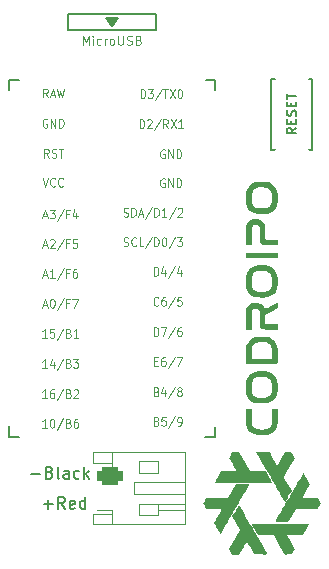
<source format=gto>
G04 #@! TF.GenerationSoftware,KiCad,Pcbnew,7.0.10*
G04 #@! TF.CreationDate,2024-03-21T01:02:57+01:00*
G04 #@! TF.ProjectId,allium58,616c6c69-756d-4353-982e-6b696361645f,rev?*
G04 #@! TF.SameCoordinates,Original*
G04 #@! TF.FileFunction,Legend,Top*
G04 #@! TF.FilePolarity,Positive*
%FSLAX46Y46*%
G04 Gerber Fmt 4.6, Leading zero omitted, Abs format (unit mm)*
G04 Created by KiCad (PCBNEW 7.0.10) date 2024-03-21 01:02:57*
%MOMM*%
%LPD*%
G01*
G04 APERTURE LIST*
G04 Aperture macros list*
%AMRoundRect*
0 Rectangle with rounded corners*
0 $1 Rounding radius*
0 $2 $3 $4 $5 $6 $7 $8 $9 X,Y pos of 4 corners*
0 Add a 4 corners polygon primitive as box body*
4,1,4,$2,$3,$4,$5,$6,$7,$8,$9,$2,$3,0*
0 Add four circle primitives for the rounded corners*
1,1,$1+$1,$2,$3*
1,1,$1+$1,$4,$5*
1,1,$1+$1,$6,$7*
1,1,$1+$1,$8,$9*
0 Add four rect primitives between the rounded corners*
20,1,$1+$1,$2,$3,$4,$5,0*
20,1,$1+$1,$4,$5,$6,$7,0*
20,1,$1+$1,$6,$7,$8,$9,0*
20,1,$1+$1,$8,$9,$2,$3,0*%
G04 Aperture macros list end*
%ADD10C,0.150000*%
%ADD11C,0.125000*%
%ADD12C,0.120000*%
%ADD13C,2.900000*%
%ADD14C,3.000000*%
%ADD15C,5.250000*%
%ADD16O,2.150000X1.600000*%
%ADD17RoundRect,0.400000X0.675000X-0.400000X0.675000X0.400000X-0.675000X0.400000X-0.675000X-0.400000X0*%
%ADD18C,5.100000*%
%ADD19C,4.400000*%
%ADD20C,1.300000*%
G04 APERTURE END LIST*
D10*
X144278579Y-73733866D02*
X145040484Y-73733866D01*
X145850007Y-73591009D02*
X145992864Y-73638628D01*
X145992864Y-73638628D02*
X146040483Y-73686247D01*
X146040483Y-73686247D02*
X146088102Y-73781485D01*
X146088102Y-73781485D02*
X146088102Y-73924342D01*
X146088102Y-73924342D02*
X146040483Y-74019580D01*
X146040483Y-74019580D02*
X145992864Y-74067200D01*
X145992864Y-74067200D02*
X145897626Y-74114819D01*
X145897626Y-74114819D02*
X145516674Y-74114819D01*
X145516674Y-74114819D02*
X145516674Y-73114819D01*
X145516674Y-73114819D02*
X145850007Y-73114819D01*
X145850007Y-73114819D02*
X145945245Y-73162438D01*
X145945245Y-73162438D02*
X145992864Y-73210057D01*
X145992864Y-73210057D02*
X146040483Y-73305295D01*
X146040483Y-73305295D02*
X146040483Y-73400533D01*
X146040483Y-73400533D02*
X145992864Y-73495771D01*
X145992864Y-73495771D02*
X145945245Y-73543390D01*
X145945245Y-73543390D02*
X145850007Y-73591009D01*
X145850007Y-73591009D02*
X145516674Y-73591009D01*
X146659531Y-74114819D02*
X146564293Y-74067200D01*
X146564293Y-74067200D02*
X146516674Y-73971961D01*
X146516674Y-73971961D02*
X146516674Y-73114819D01*
X147469055Y-74114819D02*
X147469055Y-73591009D01*
X147469055Y-73591009D02*
X147421436Y-73495771D01*
X147421436Y-73495771D02*
X147326198Y-73448152D01*
X147326198Y-73448152D02*
X147135722Y-73448152D01*
X147135722Y-73448152D02*
X147040484Y-73495771D01*
X147469055Y-74067200D02*
X147373817Y-74114819D01*
X147373817Y-74114819D02*
X147135722Y-74114819D01*
X147135722Y-74114819D02*
X147040484Y-74067200D01*
X147040484Y-74067200D02*
X146992865Y-73971961D01*
X146992865Y-73971961D02*
X146992865Y-73876723D01*
X146992865Y-73876723D02*
X147040484Y-73781485D01*
X147040484Y-73781485D02*
X147135722Y-73733866D01*
X147135722Y-73733866D02*
X147373817Y-73733866D01*
X147373817Y-73733866D02*
X147469055Y-73686247D01*
X148373817Y-74067200D02*
X148278579Y-74114819D01*
X148278579Y-74114819D02*
X148088103Y-74114819D01*
X148088103Y-74114819D02*
X147992865Y-74067200D01*
X147992865Y-74067200D02*
X147945246Y-74019580D01*
X147945246Y-74019580D02*
X147897627Y-73924342D01*
X147897627Y-73924342D02*
X147897627Y-73638628D01*
X147897627Y-73638628D02*
X147945246Y-73543390D01*
X147945246Y-73543390D02*
X147992865Y-73495771D01*
X147992865Y-73495771D02*
X148088103Y-73448152D01*
X148088103Y-73448152D02*
X148278579Y-73448152D01*
X148278579Y-73448152D02*
X148373817Y-73495771D01*
X148802389Y-74114819D02*
X148802389Y-73114819D01*
X148897627Y-73733866D02*
X149183341Y-74114819D01*
X149183341Y-73448152D02*
X148802389Y-73829104D01*
X145345379Y-76273866D02*
X146107284Y-76273866D01*
X145726331Y-76654819D02*
X145726331Y-75892914D01*
X147154902Y-76654819D02*
X146821569Y-76178628D01*
X146583474Y-76654819D02*
X146583474Y-75654819D01*
X146583474Y-75654819D02*
X146964426Y-75654819D01*
X146964426Y-75654819D02*
X147059664Y-75702438D01*
X147059664Y-75702438D02*
X147107283Y-75750057D01*
X147107283Y-75750057D02*
X147154902Y-75845295D01*
X147154902Y-75845295D02*
X147154902Y-75988152D01*
X147154902Y-75988152D02*
X147107283Y-76083390D01*
X147107283Y-76083390D02*
X147059664Y-76131009D01*
X147059664Y-76131009D02*
X146964426Y-76178628D01*
X146964426Y-76178628D02*
X146583474Y-76178628D01*
X147964426Y-76607200D02*
X147869188Y-76654819D01*
X147869188Y-76654819D02*
X147678712Y-76654819D01*
X147678712Y-76654819D02*
X147583474Y-76607200D01*
X147583474Y-76607200D02*
X147535855Y-76511961D01*
X147535855Y-76511961D02*
X147535855Y-76131009D01*
X147535855Y-76131009D02*
X147583474Y-76035771D01*
X147583474Y-76035771D02*
X147678712Y-75988152D01*
X147678712Y-75988152D02*
X147869188Y-75988152D01*
X147869188Y-75988152D02*
X147964426Y-76035771D01*
X147964426Y-76035771D02*
X148012045Y-76131009D01*
X148012045Y-76131009D02*
X148012045Y-76226247D01*
X148012045Y-76226247D02*
X147535855Y-76321485D01*
X148869188Y-76654819D02*
X148869188Y-75654819D01*
X148869188Y-76607200D02*
X148773950Y-76654819D01*
X148773950Y-76654819D02*
X148583474Y-76654819D01*
X148583474Y-76654819D02*
X148488236Y-76607200D01*
X148488236Y-76607200D02*
X148440617Y-76559580D01*
X148440617Y-76559580D02*
X148392998Y-76464342D01*
X148392998Y-76464342D02*
X148392998Y-76178628D01*
X148392998Y-76178628D02*
X148440617Y-76083390D01*
X148440617Y-76083390D02*
X148488236Y-76035771D01*
X148488236Y-76035771D02*
X148583474Y-75988152D01*
X148583474Y-75988152D02*
X148773950Y-75988152D01*
X148773950Y-75988152D02*
X148869188Y-76035771D01*
D11*
X155061433Y-59419035D02*
X155029529Y-59454750D01*
X155029529Y-59454750D02*
X154933814Y-59490464D01*
X154933814Y-59490464D02*
X154870005Y-59490464D01*
X154870005Y-59490464D02*
X154774291Y-59454750D01*
X154774291Y-59454750D02*
X154710481Y-59383321D01*
X154710481Y-59383321D02*
X154678576Y-59311892D01*
X154678576Y-59311892D02*
X154646672Y-59169035D01*
X154646672Y-59169035D02*
X154646672Y-59061892D01*
X154646672Y-59061892D02*
X154678576Y-58919035D01*
X154678576Y-58919035D02*
X154710481Y-58847607D01*
X154710481Y-58847607D02*
X154774291Y-58776178D01*
X154774291Y-58776178D02*
X154870005Y-58740464D01*
X154870005Y-58740464D02*
X154933814Y-58740464D01*
X154933814Y-58740464D02*
X155029529Y-58776178D01*
X155029529Y-58776178D02*
X155061433Y-58811892D01*
X155635719Y-58740464D02*
X155508100Y-58740464D01*
X155508100Y-58740464D02*
X155444291Y-58776178D01*
X155444291Y-58776178D02*
X155412386Y-58811892D01*
X155412386Y-58811892D02*
X155348576Y-58919035D01*
X155348576Y-58919035D02*
X155316672Y-59061892D01*
X155316672Y-59061892D02*
X155316672Y-59347607D01*
X155316672Y-59347607D02*
X155348576Y-59419035D01*
X155348576Y-59419035D02*
X155380481Y-59454750D01*
X155380481Y-59454750D02*
X155444291Y-59490464D01*
X155444291Y-59490464D02*
X155571910Y-59490464D01*
X155571910Y-59490464D02*
X155635719Y-59454750D01*
X155635719Y-59454750D02*
X155667624Y-59419035D01*
X155667624Y-59419035D02*
X155699529Y-59347607D01*
X155699529Y-59347607D02*
X155699529Y-59169035D01*
X155699529Y-59169035D02*
X155667624Y-59097607D01*
X155667624Y-59097607D02*
X155635719Y-59061892D01*
X155635719Y-59061892D02*
X155571910Y-59026178D01*
X155571910Y-59026178D02*
X155444291Y-59026178D01*
X155444291Y-59026178D02*
X155380481Y-59061892D01*
X155380481Y-59061892D02*
X155348576Y-59097607D01*
X155348576Y-59097607D02*
X155316672Y-59169035D01*
X156465243Y-58704750D02*
X155890957Y-59669035D01*
X157007624Y-58740464D02*
X156688576Y-58740464D01*
X156688576Y-58740464D02*
X156656672Y-59097607D01*
X156656672Y-59097607D02*
X156688576Y-59061892D01*
X156688576Y-59061892D02*
X156752386Y-59026178D01*
X156752386Y-59026178D02*
X156911910Y-59026178D01*
X156911910Y-59026178D02*
X156975719Y-59061892D01*
X156975719Y-59061892D02*
X157007624Y-59097607D01*
X157007624Y-59097607D02*
X157039529Y-59169035D01*
X157039529Y-59169035D02*
X157039529Y-59347607D01*
X157039529Y-59347607D02*
X157007624Y-59419035D01*
X157007624Y-59419035D02*
X156975719Y-59454750D01*
X156975719Y-59454750D02*
X156911910Y-59490464D01*
X156911910Y-59490464D02*
X156752386Y-59490464D01*
X156752386Y-59490464D02*
X156688576Y-59454750D01*
X156688576Y-59454750D02*
X156656672Y-59419035D01*
X153474528Y-44440464D02*
X153474528Y-43690464D01*
X153474528Y-43690464D02*
X153634052Y-43690464D01*
X153634052Y-43690464D02*
X153729766Y-43726178D01*
X153729766Y-43726178D02*
X153793576Y-43797607D01*
X153793576Y-43797607D02*
X153825481Y-43869035D01*
X153825481Y-43869035D02*
X153857385Y-44011892D01*
X153857385Y-44011892D02*
X153857385Y-44119035D01*
X153857385Y-44119035D02*
X153825481Y-44261892D01*
X153825481Y-44261892D02*
X153793576Y-44333321D01*
X153793576Y-44333321D02*
X153729766Y-44404750D01*
X153729766Y-44404750D02*
X153634052Y-44440464D01*
X153634052Y-44440464D02*
X153474528Y-44440464D01*
X154112624Y-43761892D02*
X154144528Y-43726178D01*
X154144528Y-43726178D02*
X154208338Y-43690464D01*
X154208338Y-43690464D02*
X154367862Y-43690464D01*
X154367862Y-43690464D02*
X154431671Y-43726178D01*
X154431671Y-43726178D02*
X154463576Y-43761892D01*
X154463576Y-43761892D02*
X154495481Y-43833321D01*
X154495481Y-43833321D02*
X154495481Y-43904750D01*
X154495481Y-43904750D02*
X154463576Y-44011892D01*
X154463576Y-44011892D02*
X154080719Y-44440464D01*
X154080719Y-44440464D02*
X154495481Y-44440464D01*
X155261195Y-43654750D02*
X154686909Y-44619035D01*
X155867385Y-44440464D02*
X155644052Y-44083321D01*
X155484528Y-44440464D02*
X155484528Y-43690464D01*
X155484528Y-43690464D02*
X155739766Y-43690464D01*
X155739766Y-43690464D02*
X155803576Y-43726178D01*
X155803576Y-43726178D02*
X155835481Y-43761892D01*
X155835481Y-43761892D02*
X155867385Y-43833321D01*
X155867385Y-43833321D02*
X155867385Y-43940464D01*
X155867385Y-43940464D02*
X155835481Y-44011892D01*
X155835481Y-44011892D02*
X155803576Y-44047607D01*
X155803576Y-44047607D02*
X155739766Y-44083321D01*
X155739766Y-44083321D02*
X155484528Y-44083321D01*
X156090719Y-43690464D02*
X156537385Y-44440464D01*
X156537385Y-43690464D02*
X156090719Y-44440464D01*
X157143576Y-44440464D02*
X156760719Y-44440464D01*
X156952147Y-44440464D02*
X156952147Y-43690464D01*
X156952147Y-43690464D02*
X156888338Y-43797607D01*
X156888338Y-43797607D02*
X156824528Y-43869035D01*
X156824528Y-43869035D02*
X156760719Y-43904750D01*
X154901910Y-66747607D02*
X154997624Y-66783321D01*
X154997624Y-66783321D02*
X155029529Y-66819035D01*
X155029529Y-66819035D02*
X155061433Y-66890464D01*
X155061433Y-66890464D02*
X155061433Y-66997607D01*
X155061433Y-66997607D02*
X155029529Y-67069035D01*
X155029529Y-67069035D02*
X154997624Y-67104750D01*
X154997624Y-67104750D02*
X154933814Y-67140464D01*
X154933814Y-67140464D02*
X154678576Y-67140464D01*
X154678576Y-67140464D02*
X154678576Y-66390464D01*
X154678576Y-66390464D02*
X154901910Y-66390464D01*
X154901910Y-66390464D02*
X154965719Y-66426178D01*
X154965719Y-66426178D02*
X154997624Y-66461892D01*
X154997624Y-66461892D02*
X155029529Y-66533321D01*
X155029529Y-66533321D02*
X155029529Y-66604750D01*
X155029529Y-66604750D02*
X154997624Y-66676178D01*
X154997624Y-66676178D02*
X154965719Y-66711892D01*
X154965719Y-66711892D02*
X154901910Y-66747607D01*
X154901910Y-66747607D02*
X154678576Y-66747607D01*
X155635719Y-66640464D02*
X155635719Y-67140464D01*
X155476195Y-66354750D02*
X155316672Y-66890464D01*
X155316672Y-66890464D02*
X155731433Y-66890464D01*
X156465243Y-66354750D02*
X155890957Y-67319035D01*
X156784291Y-66711892D02*
X156720481Y-66676178D01*
X156720481Y-66676178D02*
X156688576Y-66640464D01*
X156688576Y-66640464D02*
X156656672Y-66569035D01*
X156656672Y-66569035D02*
X156656672Y-66533321D01*
X156656672Y-66533321D02*
X156688576Y-66461892D01*
X156688576Y-66461892D02*
X156720481Y-66426178D01*
X156720481Y-66426178D02*
X156784291Y-66390464D01*
X156784291Y-66390464D02*
X156911910Y-66390464D01*
X156911910Y-66390464D02*
X156975719Y-66426178D01*
X156975719Y-66426178D02*
X157007624Y-66461892D01*
X157007624Y-66461892D02*
X157039529Y-66533321D01*
X157039529Y-66533321D02*
X157039529Y-66569035D01*
X157039529Y-66569035D02*
X157007624Y-66640464D01*
X157007624Y-66640464D02*
X156975719Y-66676178D01*
X156975719Y-66676178D02*
X156911910Y-66711892D01*
X156911910Y-66711892D02*
X156784291Y-66711892D01*
X156784291Y-66711892D02*
X156720481Y-66747607D01*
X156720481Y-66747607D02*
X156688576Y-66783321D01*
X156688576Y-66783321D02*
X156656672Y-66854750D01*
X156656672Y-66854750D02*
X156656672Y-66997607D01*
X156656672Y-66997607D02*
X156688576Y-67069035D01*
X156688576Y-67069035D02*
X156720481Y-67104750D01*
X156720481Y-67104750D02*
X156784291Y-67140464D01*
X156784291Y-67140464D02*
X156911910Y-67140464D01*
X156911910Y-67140464D02*
X156975719Y-67104750D01*
X156975719Y-67104750D02*
X157007624Y-67069035D01*
X157007624Y-67069035D02*
X157039529Y-66997607D01*
X157039529Y-66997607D02*
X157039529Y-66854750D01*
X157039529Y-66854750D02*
X157007624Y-66783321D01*
X157007624Y-66783321D02*
X156975719Y-66747607D01*
X156975719Y-66747607D02*
X156911910Y-66711892D01*
X145307386Y-54376178D02*
X145626433Y-54376178D01*
X145243576Y-54590464D02*
X145466909Y-53840464D01*
X145466909Y-53840464D02*
X145690243Y-54590464D01*
X145881672Y-53911892D02*
X145913576Y-53876178D01*
X145913576Y-53876178D02*
X145977386Y-53840464D01*
X145977386Y-53840464D02*
X146136910Y-53840464D01*
X146136910Y-53840464D02*
X146200719Y-53876178D01*
X146200719Y-53876178D02*
X146232624Y-53911892D01*
X146232624Y-53911892D02*
X146264529Y-53983321D01*
X146264529Y-53983321D02*
X146264529Y-54054750D01*
X146264529Y-54054750D02*
X146232624Y-54161892D01*
X146232624Y-54161892D02*
X145849767Y-54590464D01*
X145849767Y-54590464D02*
X146264529Y-54590464D01*
X147030243Y-53804750D02*
X146455957Y-54769035D01*
X147476910Y-54197607D02*
X147253576Y-54197607D01*
X147253576Y-54590464D02*
X147253576Y-53840464D01*
X147253576Y-53840464D02*
X147572624Y-53840464D01*
X148146910Y-53840464D02*
X147827862Y-53840464D01*
X147827862Y-53840464D02*
X147795958Y-54197607D01*
X147795958Y-54197607D02*
X147827862Y-54161892D01*
X147827862Y-54161892D02*
X147891672Y-54126178D01*
X147891672Y-54126178D02*
X148051196Y-54126178D01*
X148051196Y-54126178D02*
X148115005Y-54161892D01*
X148115005Y-54161892D02*
X148146910Y-54197607D01*
X148146910Y-54197607D02*
X148178815Y-54269035D01*
X148178815Y-54269035D02*
X148178815Y-54447607D01*
X148178815Y-54447607D02*
X148146910Y-54519035D01*
X148146910Y-54519035D02*
X148115005Y-54554750D01*
X148115005Y-54554750D02*
X148051196Y-54590464D01*
X148051196Y-54590464D02*
X147891672Y-54590464D01*
X147891672Y-54590464D02*
X147827862Y-54554750D01*
X147827862Y-54554750D02*
X147795958Y-54519035D01*
X145249766Y-48640464D02*
X145473099Y-49390464D01*
X145473099Y-49390464D02*
X145696433Y-48640464D01*
X146302623Y-49319035D02*
X146270719Y-49354750D01*
X146270719Y-49354750D02*
X146175004Y-49390464D01*
X146175004Y-49390464D02*
X146111195Y-49390464D01*
X146111195Y-49390464D02*
X146015481Y-49354750D01*
X146015481Y-49354750D02*
X145951671Y-49283321D01*
X145951671Y-49283321D02*
X145919766Y-49211892D01*
X145919766Y-49211892D02*
X145887862Y-49069035D01*
X145887862Y-49069035D02*
X145887862Y-48961892D01*
X145887862Y-48961892D02*
X145919766Y-48819035D01*
X145919766Y-48819035D02*
X145951671Y-48747607D01*
X145951671Y-48747607D02*
X146015481Y-48676178D01*
X146015481Y-48676178D02*
X146111195Y-48640464D01*
X146111195Y-48640464D02*
X146175004Y-48640464D01*
X146175004Y-48640464D02*
X146270719Y-48676178D01*
X146270719Y-48676178D02*
X146302623Y-48711892D01*
X146972623Y-49319035D02*
X146940719Y-49354750D01*
X146940719Y-49354750D02*
X146845004Y-49390464D01*
X146845004Y-49390464D02*
X146781195Y-49390464D01*
X146781195Y-49390464D02*
X146685481Y-49354750D01*
X146685481Y-49354750D02*
X146621671Y-49283321D01*
X146621671Y-49283321D02*
X146589766Y-49211892D01*
X146589766Y-49211892D02*
X146557862Y-49069035D01*
X146557862Y-49069035D02*
X146557862Y-48961892D01*
X146557862Y-48961892D02*
X146589766Y-48819035D01*
X146589766Y-48819035D02*
X146621671Y-48747607D01*
X146621671Y-48747607D02*
X146685481Y-48676178D01*
X146685481Y-48676178D02*
X146781195Y-48640464D01*
X146781195Y-48640464D02*
X146845004Y-48640464D01*
X146845004Y-48640464D02*
X146940719Y-48676178D01*
X146940719Y-48676178D02*
X146972623Y-48711892D01*
X154710481Y-64197607D02*
X154933815Y-64197607D01*
X155029529Y-64590464D02*
X154710481Y-64590464D01*
X154710481Y-64590464D02*
X154710481Y-63840464D01*
X154710481Y-63840464D02*
X155029529Y-63840464D01*
X155603814Y-63840464D02*
X155476195Y-63840464D01*
X155476195Y-63840464D02*
X155412386Y-63876178D01*
X155412386Y-63876178D02*
X155380481Y-63911892D01*
X155380481Y-63911892D02*
X155316671Y-64019035D01*
X155316671Y-64019035D02*
X155284767Y-64161892D01*
X155284767Y-64161892D02*
X155284767Y-64447607D01*
X155284767Y-64447607D02*
X155316671Y-64519035D01*
X155316671Y-64519035D02*
X155348576Y-64554750D01*
X155348576Y-64554750D02*
X155412386Y-64590464D01*
X155412386Y-64590464D02*
X155540005Y-64590464D01*
X155540005Y-64590464D02*
X155603814Y-64554750D01*
X155603814Y-64554750D02*
X155635719Y-64519035D01*
X155635719Y-64519035D02*
X155667624Y-64447607D01*
X155667624Y-64447607D02*
X155667624Y-64269035D01*
X155667624Y-64269035D02*
X155635719Y-64197607D01*
X155635719Y-64197607D02*
X155603814Y-64161892D01*
X155603814Y-64161892D02*
X155540005Y-64126178D01*
X155540005Y-64126178D02*
X155412386Y-64126178D01*
X155412386Y-64126178D02*
X155348576Y-64161892D01*
X155348576Y-64161892D02*
X155316671Y-64197607D01*
X155316671Y-64197607D02*
X155284767Y-64269035D01*
X156433338Y-63804750D02*
X155859052Y-64769035D01*
X156592862Y-63840464D02*
X157039528Y-63840464D01*
X157039528Y-63840464D02*
X156752386Y-64590464D01*
X154678576Y-56940464D02*
X154678576Y-56190464D01*
X154678576Y-56190464D02*
X154838100Y-56190464D01*
X154838100Y-56190464D02*
X154933814Y-56226178D01*
X154933814Y-56226178D02*
X154997624Y-56297607D01*
X154997624Y-56297607D02*
X155029529Y-56369035D01*
X155029529Y-56369035D02*
X155061433Y-56511892D01*
X155061433Y-56511892D02*
X155061433Y-56619035D01*
X155061433Y-56619035D02*
X155029529Y-56761892D01*
X155029529Y-56761892D02*
X154997624Y-56833321D01*
X154997624Y-56833321D02*
X154933814Y-56904750D01*
X154933814Y-56904750D02*
X154838100Y-56940464D01*
X154838100Y-56940464D02*
X154678576Y-56940464D01*
X155635719Y-56440464D02*
X155635719Y-56940464D01*
X155476195Y-56154750D02*
X155316672Y-56690464D01*
X155316672Y-56690464D02*
X155731433Y-56690464D01*
X156465243Y-56154750D02*
X155890957Y-57119035D01*
X156975719Y-56440464D02*
X156975719Y-56940464D01*
X156816195Y-56154750D02*
X156656672Y-56690464D01*
X156656672Y-56690464D02*
X157071433Y-56690464D01*
X145632624Y-43676178D02*
X145568814Y-43640464D01*
X145568814Y-43640464D02*
X145473100Y-43640464D01*
X145473100Y-43640464D02*
X145377386Y-43676178D01*
X145377386Y-43676178D02*
X145313576Y-43747607D01*
X145313576Y-43747607D02*
X145281671Y-43819035D01*
X145281671Y-43819035D02*
X145249767Y-43961892D01*
X145249767Y-43961892D02*
X145249767Y-44069035D01*
X145249767Y-44069035D02*
X145281671Y-44211892D01*
X145281671Y-44211892D02*
X145313576Y-44283321D01*
X145313576Y-44283321D02*
X145377386Y-44354750D01*
X145377386Y-44354750D02*
X145473100Y-44390464D01*
X145473100Y-44390464D02*
X145536909Y-44390464D01*
X145536909Y-44390464D02*
X145632624Y-44354750D01*
X145632624Y-44354750D02*
X145664528Y-44319035D01*
X145664528Y-44319035D02*
X145664528Y-44069035D01*
X145664528Y-44069035D02*
X145536909Y-44069035D01*
X145951671Y-44390464D02*
X145951671Y-43640464D01*
X145951671Y-43640464D02*
X146334528Y-44390464D01*
X146334528Y-44390464D02*
X146334528Y-43640464D01*
X146653576Y-44390464D02*
X146653576Y-43640464D01*
X146653576Y-43640464D02*
X146813100Y-43640464D01*
X146813100Y-43640464D02*
X146908814Y-43676178D01*
X146908814Y-43676178D02*
X146972624Y-43747607D01*
X146972624Y-43747607D02*
X147004529Y-43819035D01*
X147004529Y-43819035D02*
X147036433Y-43961892D01*
X147036433Y-43961892D02*
X147036433Y-44069035D01*
X147036433Y-44069035D02*
X147004529Y-44211892D01*
X147004529Y-44211892D02*
X146972624Y-44283321D01*
X146972624Y-44283321D02*
X146908814Y-44354750D01*
X146908814Y-44354750D02*
X146813100Y-44390464D01*
X146813100Y-44390464D02*
X146653576Y-44390464D01*
X145610481Y-67290464D02*
X145227624Y-67290464D01*
X145419052Y-67290464D02*
X145419052Y-66540464D01*
X145419052Y-66540464D02*
X145355243Y-66647607D01*
X145355243Y-66647607D02*
X145291433Y-66719035D01*
X145291433Y-66719035D02*
X145227624Y-66754750D01*
X146184766Y-66540464D02*
X146057147Y-66540464D01*
X146057147Y-66540464D02*
X145993338Y-66576178D01*
X145993338Y-66576178D02*
X145961433Y-66611892D01*
X145961433Y-66611892D02*
X145897623Y-66719035D01*
X145897623Y-66719035D02*
X145865719Y-66861892D01*
X145865719Y-66861892D02*
X145865719Y-67147607D01*
X145865719Y-67147607D02*
X145897623Y-67219035D01*
X145897623Y-67219035D02*
X145929528Y-67254750D01*
X145929528Y-67254750D02*
X145993338Y-67290464D01*
X145993338Y-67290464D02*
X146120957Y-67290464D01*
X146120957Y-67290464D02*
X146184766Y-67254750D01*
X146184766Y-67254750D02*
X146216671Y-67219035D01*
X146216671Y-67219035D02*
X146248576Y-67147607D01*
X146248576Y-67147607D02*
X146248576Y-66969035D01*
X146248576Y-66969035D02*
X146216671Y-66897607D01*
X146216671Y-66897607D02*
X146184766Y-66861892D01*
X146184766Y-66861892D02*
X146120957Y-66826178D01*
X146120957Y-66826178D02*
X145993338Y-66826178D01*
X145993338Y-66826178D02*
X145929528Y-66861892D01*
X145929528Y-66861892D02*
X145897623Y-66897607D01*
X145897623Y-66897607D02*
X145865719Y-66969035D01*
X147014290Y-66504750D02*
X146440004Y-67469035D01*
X147460957Y-66897607D02*
X147556671Y-66933321D01*
X147556671Y-66933321D02*
X147588576Y-66969035D01*
X147588576Y-66969035D02*
X147620480Y-67040464D01*
X147620480Y-67040464D02*
X147620480Y-67147607D01*
X147620480Y-67147607D02*
X147588576Y-67219035D01*
X147588576Y-67219035D02*
X147556671Y-67254750D01*
X147556671Y-67254750D02*
X147492861Y-67290464D01*
X147492861Y-67290464D02*
X147237623Y-67290464D01*
X147237623Y-67290464D02*
X147237623Y-66540464D01*
X147237623Y-66540464D02*
X147460957Y-66540464D01*
X147460957Y-66540464D02*
X147524766Y-66576178D01*
X147524766Y-66576178D02*
X147556671Y-66611892D01*
X147556671Y-66611892D02*
X147588576Y-66683321D01*
X147588576Y-66683321D02*
X147588576Y-66754750D01*
X147588576Y-66754750D02*
X147556671Y-66826178D01*
X147556671Y-66826178D02*
X147524766Y-66861892D01*
X147524766Y-66861892D02*
X147460957Y-66897607D01*
X147460957Y-66897607D02*
X147237623Y-66897607D01*
X147875719Y-66611892D02*
X147907623Y-66576178D01*
X147907623Y-66576178D02*
X147971433Y-66540464D01*
X147971433Y-66540464D02*
X148130957Y-66540464D01*
X148130957Y-66540464D02*
X148194766Y-66576178D01*
X148194766Y-66576178D02*
X148226671Y-66611892D01*
X148226671Y-66611892D02*
X148258576Y-66683321D01*
X148258576Y-66683321D02*
X148258576Y-66754750D01*
X148258576Y-66754750D02*
X148226671Y-66861892D01*
X148226671Y-66861892D02*
X147843814Y-67290464D01*
X147843814Y-67290464D02*
X148258576Y-67290464D01*
X145776195Y-46940464D02*
X145552862Y-46583321D01*
X145393338Y-46940464D02*
X145393338Y-46190464D01*
X145393338Y-46190464D02*
X145648576Y-46190464D01*
X145648576Y-46190464D02*
X145712386Y-46226178D01*
X145712386Y-46226178D02*
X145744291Y-46261892D01*
X145744291Y-46261892D02*
X145776195Y-46333321D01*
X145776195Y-46333321D02*
X145776195Y-46440464D01*
X145776195Y-46440464D02*
X145744291Y-46511892D01*
X145744291Y-46511892D02*
X145712386Y-46547607D01*
X145712386Y-46547607D02*
X145648576Y-46583321D01*
X145648576Y-46583321D02*
X145393338Y-46583321D01*
X146031434Y-46904750D02*
X146127148Y-46940464D01*
X146127148Y-46940464D02*
X146286672Y-46940464D01*
X146286672Y-46940464D02*
X146350481Y-46904750D01*
X146350481Y-46904750D02*
X146382386Y-46869035D01*
X146382386Y-46869035D02*
X146414291Y-46797607D01*
X146414291Y-46797607D02*
X146414291Y-46726178D01*
X146414291Y-46726178D02*
X146382386Y-46654750D01*
X146382386Y-46654750D02*
X146350481Y-46619035D01*
X146350481Y-46619035D02*
X146286672Y-46583321D01*
X146286672Y-46583321D02*
X146159053Y-46547607D01*
X146159053Y-46547607D02*
X146095243Y-46511892D01*
X146095243Y-46511892D02*
X146063338Y-46476178D01*
X146063338Y-46476178D02*
X146031434Y-46404750D01*
X146031434Y-46404750D02*
X146031434Y-46333321D01*
X146031434Y-46333321D02*
X146063338Y-46261892D01*
X146063338Y-46261892D02*
X146095243Y-46226178D01*
X146095243Y-46226178D02*
X146159053Y-46190464D01*
X146159053Y-46190464D02*
X146318576Y-46190464D01*
X146318576Y-46190464D02*
X146414291Y-46226178D01*
X146605719Y-46190464D02*
X146988576Y-46190464D01*
X146797148Y-46940464D02*
X146797148Y-46190464D01*
X155582624Y-46276178D02*
X155518814Y-46240464D01*
X155518814Y-46240464D02*
X155423100Y-46240464D01*
X155423100Y-46240464D02*
X155327386Y-46276178D01*
X155327386Y-46276178D02*
X155263576Y-46347607D01*
X155263576Y-46347607D02*
X155231671Y-46419035D01*
X155231671Y-46419035D02*
X155199767Y-46561892D01*
X155199767Y-46561892D02*
X155199767Y-46669035D01*
X155199767Y-46669035D02*
X155231671Y-46811892D01*
X155231671Y-46811892D02*
X155263576Y-46883321D01*
X155263576Y-46883321D02*
X155327386Y-46954750D01*
X155327386Y-46954750D02*
X155423100Y-46990464D01*
X155423100Y-46990464D02*
X155486909Y-46990464D01*
X155486909Y-46990464D02*
X155582624Y-46954750D01*
X155582624Y-46954750D02*
X155614528Y-46919035D01*
X155614528Y-46919035D02*
X155614528Y-46669035D01*
X155614528Y-46669035D02*
X155486909Y-46669035D01*
X155901671Y-46990464D02*
X155901671Y-46240464D01*
X155901671Y-46240464D02*
X156284528Y-46990464D01*
X156284528Y-46990464D02*
X156284528Y-46240464D01*
X156603576Y-46990464D02*
X156603576Y-46240464D01*
X156603576Y-46240464D02*
X156763100Y-46240464D01*
X156763100Y-46240464D02*
X156858814Y-46276178D01*
X156858814Y-46276178D02*
X156922624Y-46347607D01*
X156922624Y-46347607D02*
X156954529Y-46419035D01*
X156954529Y-46419035D02*
X156986433Y-46561892D01*
X156986433Y-46561892D02*
X156986433Y-46669035D01*
X156986433Y-46669035D02*
X156954529Y-46811892D01*
X156954529Y-46811892D02*
X156922624Y-46883321D01*
X156922624Y-46883321D02*
X156858814Y-46954750D01*
X156858814Y-46954750D02*
X156763100Y-46990464D01*
X156763100Y-46990464D02*
X156603576Y-46990464D01*
D12*
X148641671Y-37390724D02*
X148641671Y-36640724D01*
X148641671Y-36640724D02*
X148891671Y-37176438D01*
X148891671Y-37176438D02*
X149141671Y-36640724D01*
X149141671Y-36640724D02*
X149141671Y-37390724D01*
X149498814Y-37390724D02*
X149498814Y-36890724D01*
X149498814Y-36640724D02*
X149463100Y-36676438D01*
X149463100Y-36676438D02*
X149498814Y-36712152D01*
X149498814Y-36712152D02*
X149534528Y-36676438D01*
X149534528Y-36676438D02*
X149498814Y-36640724D01*
X149498814Y-36640724D02*
X149498814Y-36712152D01*
X150177386Y-37355010D02*
X150105957Y-37390724D01*
X150105957Y-37390724D02*
X149963100Y-37390724D01*
X149963100Y-37390724D02*
X149891671Y-37355010D01*
X149891671Y-37355010D02*
X149855957Y-37319295D01*
X149855957Y-37319295D02*
X149820243Y-37247867D01*
X149820243Y-37247867D02*
X149820243Y-37033581D01*
X149820243Y-37033581D02*
X149855957Y-36962152D01*
X149855957Y-36962152D02*
X149891671Y-36926438D01*
X149891671Y-36926438D02*
X149963100Y-36890724D01*
X149963100Y-36890724D02*
X150105957Y-36890724D01*
X150105957Y-36890724D02*
X150177386Y-36926438D01*
X150498814Y-37390724D02*
X150498814Y-36890724D01*
X150498814Y-37033581D02*
X150534528Y-36962152D01*
X150534528Y-36962152D02*
X150570243Y-36926438D01*
X150570243Y-36926438D02*
X150641671Y-36890724D01*
X150641671Y-36890724D02*
X150713100Y-36890724D01*
X151070243Y-37390724D02*
X150998814Y-37355010D01*
X150998814Y-37355010D02*
X150963100Y-37319295D01*
X150963100Y-37319295D02*
X150927386Y-37247867D01*
X150927386Y-37247867D02*
X150927386Y-37033581D01*
X150927386Y-37033581D02*
X150963100Y-36962152D01*
X150963100Y-36962152D02*
X150998814Y-36926438D01*
X150998814Y-36926438D02*
X151070243Y-36890724D01*
X151070243Y-36890724D02*
X151177386Y-36890724D01*
X151177386Y-36890724D02*
X151248814Y-36926438D01*
X151248814Y-36926438D02*
X151284529Y-36962152D01*
X151284529Y-36962152D02*
X151320243Y-37033581D01*
X151320243Y-37033581D02*
X151320243Y-37247867D01*
X151320243Y-37247867D02*
X151284529Y-37319295D01*
X151284529Y-37319295D02*
X151248814Y-37355010D01*
X151248814Y-37355010D02*
X151177386Y-37390724D01*
X151177386Y-37390724D02*
X151070243Y-37390724D01*
X151641671Y-36640724D02*
X151641671Y-37247867D01*
X151641671Y-37247867D02*
X151677385Y-37319295D01*
X151677385Y-37319295D02*
X151713100Y-37355010D01*
X151713100Y-37355010D02*
X151784528Y-37390724D01*
X151784528Y-37390724D02*
X151927385Y-37390724D01*
X151927385Y-37390724D02*
X151998814Y-37355010D01*
X151998814Y-37355010D02*
X152034528Y-37319295D01*
X152034528Y-37319295D02*
X152070242Y-37247867D01*
X152070242Y-37247867D02*
X152070242Y-36640724D01*
X152391671Y-37355010D02*
X152498814Y-37390724D01*
X152498814Y-37390724D02*
X152677385Y-37390724D01*
X152677385Y-37390724D02*
X152748814Y-37355010D01*
X152748814Y-37355010D02*
X152784528Y-37319295D01*
X152784528Y-37319295D02*
X152820242Y-37247867D01*
X152820242Y-37247867D02*
X152820242Y-37176438D01*
X152820242Y-37176438D02*
X152784528Y-37105010D01*
X152784528Y-37105010D02*
X152748814Y-37069295D01*
X152748814Y-37069295D02*
X152677385Y-37033581D01*
X152677385Y-37033581D02*
X152534528Y-36997867D01*
X152534528Y-36997867D02*
X152463099Y-36962152D01*
X152463099Y-36962152D02*
X152427385Y-36926438D01*
X152427385Y-36926438D02*
X152391671Y-36855010D01*
X152391671Y-36855010D02*
X152391671Y-36783581D01*
X152391671Y-36783581D02*
X152427385Y-36712152D01*
X152427385Y-36712152D02*
X152463099Y-36676438D01*
X152463099Y-36676438D02*
X152534528Y-36640724D01*
X152534528Y-36640724D02*
X152713099Y-36640724D01*
X152713099Y-36640724D02*
X152820242Y-36676438D01*
X153391671Y-36997867D02*
X153498814Y-37033581D01*
X153498814Y-37033581D02*
X153534528Y-37069295D01*
X153534528Y-37069295D02*
X153570242Y-37140724D01*
X153570242Y-37140724D02*
X153570242Y-37247867D01*
X153570242Y-37247867D02*
X153534528Y-37319295D01*
X153534528Y-37319295D02*
X153498814Y-37355010D01*
X153498814Y-37355010D02*
X153427385Y-37390724D01*
X153427385Y-37390724D02*
X153141671Y-37390724D01*
X153141671Y-37390724D02*
X153141671Y-36640724D01*
X153141671Y-36640724D02*
X153391671Y-36640724D01*
X153391671Y-36640724D02*
X153463100Y-36676438D01*
X153463100Y-36676438D02*
X153498814Y-36712152D01*
X153498814Y-36712152D02*
X153534528Y-36783581D01*
X153534528Y-36783581D02*
X153534528Y-36855010D01*
X153534528Y-36855010D02*
X153498814Y-36926438D01*
X153498814Y-36926438D02*
X153463100Y-36962152D01*
X153463100Y-36962152D02*
X153391671Y-36997867D01*
X153391671Y-36997867D02*
X153141671Y-36997867D01*
D11*
X153554290Y-41890464D02*
X153554290Y-41140464D01*
X153554290Y-41140464D02*
X153713814Y-41140464D01*
X153713814Y-41140464D02*
X153809528Y-41176178D01*
X153809528Y-41176178D02*
X153873338Y-41247607D01*
X153873338Y-41247607D02*
X153905243Y-41319035D01*
X153905243Y-41319035D02*
X153937147Y-41461892D01*
X153937147Y-41461892D02*
X153937147Y-41569035D01*
X153937147Y-41569035D02*
X153905243Y-41711892D01*
X153905243Y-41711892D02*
X153873338Y-41783321D01*
X153873338Y-41783321D02*
X153809528Y-41854750D01*
X153809528Y-41854750D02*
X153713814Y-41890464D01*
X153713814Y-41890464D02*
X153554290Y-41890464D01*
X154160481Y-41140464D02*
X154575243Y-41140464D01*
X154575243Y-41140464D02*
X154351909Y-41426178D01*
X154351909Y-41426178D02*
X154447624Y-41426178D01*
X154447624Y-41426178D02*
X154511433Y-41461892D01*
X154511433Y-41461892D02*
X154543338Y-41497607D01*
X154543338Y-41497607D02*
X154575243Y-41569035D01*
X154575243Y-41569035D02*
X154575243Y-41747607D01*
X154575243Y-41747607D02*
X154543338Y-41819035D01*
X154543338Y-41819035D02*
X154511433Y-41854750D01*
X154511433Y-41854750D02*
X154447624Y-41890464D01*
X154447624Y-41890464D02*
X154256195Y-41890464D01*
X154256195Y-41890464D02*
X154192386Y-41854750D01*
X154192386Y-41854750D02*
X154160481Y-41819035D01*
X155340957Y-41104750D02*
X154766671Y-42069035D01*
X155468576Y-41140464D02*
X155851433Y-41140464D01*
X155660005Y-41890464D02*
X155660005Y-41140464D01*
X156010957Y-41140464D02*
X156457623Y-41890464D01*
X156457623Y-41140464D02*
X156010957Y-41890464D01*
X156840480Y-41140464D02*
X156904290Y-41140464D01*
X156904290Y-41140464D02*
X156968099Y-41176178D01*
X156968099Y-41176178D02*
X157000004Y-41211892D01*
X157000004Y-41211892D02*
X157031909Y-41283321D01*
X157031909Y-41283321D02*
X157063814Y-41426178D01*
X157063814Y-41426178D02*
X157063814Y-41604750D01*
X157063814Y-41604750D02*
X157031909Y-41747607D01*
X157031909Y-41747607D02*
X157000004Y-41819035D01*
X157000004Y-41819035D02*
X156968099Y-41854750D01*
X156968099Y-41854750D02*
X156904290Y-41890464D01*
X156904290Y-41890464D02*
X156840480Y-41890464D01*
X156840480Y-41890464D02*
X156776671Y-41854750D01*
X156776671Y-41854750D02*
X156744766Y-41819035D01*
X156744766Y-41819035D02*
X156712861Y-41747607D01*
X156712861Y-41747607D02*
X156680957Y-41604750D01*
X156680957Y-41604750D02*
X156680957Y-41426178D01*
X156680957Y-41426178D02*
X156712861Y-41283321D01*
X156712861Y-41283321D02*
X156744766Y-41211892D01*
X156744766Y-41211892D02*
X156776671Y-41176178D01*
X156776671Y-41176178D02*
X156840480Y-41140464D01*
X145680480Y-41840464D02*
X145457147Y-41483321D01*
X145297623Y-41840464D02*
X145297623Y-41090464D01*
X145297623Y-41090464D02*
X145552861Y-41090464D01*
X145552861Y-41090464D02*
X145616671Y-41126178D01*
X145616671Y-41126178D02*
X145648576Y-41161892D01*
X145648576Y-41161892D02*
X145680480Y-41233321D01*
X145680480Y-41233321D02*
X145680480Y-41340464D01*
X145680480Y-41340464D02*
X145648576Y-41411892D01*
X145648576Y-41411892D02*
X145616671Y-41447607D01*
X145616671Y-41447607D02*
X145552861Y-41483321D01*
X145552861Y-41483321D02*
X145297623Y-41483321D01*
X145935719Y-41626178D02*
X146254766Y-41626178D01*
X145871909Y-41840464D02*
X146095242Y-41090464D01*
X146095242Y-41090464D02*
X146318576Y-41840464D01*
X146478100Y-41090464D02*
X146637624Y-41840464D01*
X146637624Y-41840464D02*
X146765243Y-41304750D01*
X146765243Y-41304750D02*
X146892862Y-41840464D01*
X146892862Y-41840464D02*
X147052386Y-41090464D01*
X154678576Y-62040464D02*
X154678576Y-61290464D01*
X154678576Y-61290464D02*
X154838100Y-61290464D01*
X154838100Y-61290464D02*
X154933814Y-61326178D01*
X154933814Y-61326178D02*
X154997624Y-61397607D01*
X154997624Y-61397607D02*
X155029529Y-61469035D01*
X155029529Y-61469035D02*
X155061433Y-61611892D01*
X155061433Y-61611892D02*
X155061433Y-61719035D01*
X155061433Y-61719035D02*
X155029529Y-61861892D01*
X155029529Y-61861892D02*
X154997624Y-61933321D01*
X154997624Y-61933321D02*
X154933814Y-62004750D01*
X154933814Y-62004750D02*
X154838100Y-62040464D01*
X154838100Y-62040464D02*
X154678576Y-62040464D01*
X155284767Y-61290464D02*
X155731433Y-61290464D01*
X155731433Y-61290464D02*
X155444291Y-62040464D01*
X156465243Y-61254750D02*
X155890957Y-62219035D01*
X156975719Y-61290464D02*
X156848100Y-61290464D01*
X156848100Y-61290464D02*
X156784291Y-61326178D01*
X156784291Y-61326178D02*
X156752386Y-61361892D01*
X156752386Y-61361892D02*
X156688576Y-61469035D01*
X156688576Y-61469035D02*
X156656672Y-61611892D01*
X156656672Y-61611892D02*
X156656672Y-61897607D01*
X156656672Y-61897607D02*
X156688576Y-61969035D01*
X156688576Y-61969035D02*
X156720481Y-62004750D01*
X156720481Y-62004750D02*
X156784291Y-62040464D01*
X156784291Y-62040464D02*
X156911910Y-62040464D01*
X156911910Y-62040464D02*
X156975719Y-62004750D01*
X156975719Y-62004750D02*
X157007624Y-61969035D01*
X157007624Y-61969035D02*
X157039529Y-61897607D01*
X157039529Y-61897607D02*
X157039529Y-61719035D01*
X157039529Y-61719035D02*
X157007624Y-61647607D01*
X157007624Y-61647607D02*
X156975719Y-61611892D01*
X156975719Y-61611892D02*
X156911910Y-61576178D01*
X156911910Y-61576178D02*
X156784291Y-61576178D01*
X156784291Y-61576178D02*
X156720481Y-61611892D01*
X156720481Y-61611892D02*
X156688576Y-61647607D01*
X156688576Y-61647607D02*
X156656672Y-61719035D01*
X145307386Y-56876178D02*
X145626433Y-56876178D01*
X145243576Y-57090464D02*
X145466909Y-56340464D01*
X145466909Y-56340464D02*
X145690243Y-57090464D01*
X146264529Y-57090464D02*
X145881672Y-57090464D01*
X146073100Y-57090464D02*
X146073100Y-56340464D01*
X146073100Y-56340464D02*
X146009291Y-56447607D01*
X146009291Y-56447607D02*
X145945481Y-56519035D01*
X145945481Y-56519035D02*
X145881672Y-56554750D01*
X147030243Y-56304750D02*
X146455957Y-57269035D01*
X147476910Y-56697607D02*
X147253576Y-56697607D01*
X147253576Y-57090464D02*
X147253576Y-56340464D01*
X147253576Y-56340464D02*
X147572624Y-56340464D01*
X148115005Y-56340464D02*
X147987386Y-56340464D01*
X147987386Y-56340464D02*
X147923577Y-56376178D01*
X147923577Y-56376178D02*
X147891672Y-56411892D01*
X147891672Y-56411892D02*
X147827862Y-56519035D01*
X147827862Y-56519035D02*
X147795958Y-56661892D01*
X147795958Y-56661892D02*
X147795958Y-56947607D01*
X147795958Y-56947607D02*
X147827862Y-57019035D01*
X147827862Y-57019035D02*
X147859767Y-57054750D01*
X147859767Y-57054750D02*
X147923577Y-57090464D01*
X147923577Y-57090464D02*
X148051196Y-57090464D01*
X148051196Y-57090464D02*
X148115005Y-57054750D01*
X148115005Y-57054750D02*
X148146910Y-57019035D01*
X148146910Y-57019035D02*
X148178815Y-56947607D01*
X148178815Y-56947607D02*
X148178815Y-56769035D01*
X148178815Y-56769035D02*
X148146910Y-56697607D01*
X148146910Y-56697607D02*
X148115005Y-56661892D01*
X148115005Y-56661892D02*
X148051196Y-56626178D01*
X148051196Y-56626178D02*
X147923577Y-56626178D01*
X147923577Y-56626178D02*
X147859767Y-56661892D01*
X147859767Y-56661892D02*
X147827862Y-56697607D01*
X147827862Y-56697607D02*
X147795958Y-56769035D01*
X152104529Y-51904750D02*
X152200243Y-51940464D01*
X152200243Y-51940464D02*
X152359767Y-51940464D01*
X152359767Y-51940464D02*
X152423576Y-51904750D01*
X152423576Y-51904750D02*
X152455481Y-51869035D01*
X152455481Y-51869035D02*
X152487386Y-51797607D01*
X152487386Y-51797607D02*
X152487386Y-51726178D01*
X152487386Y-51726178D02*
X152455481Y-51654750D01*
X152455481Y-51654750D02*
X152423576Y-51619035D01*
X152423576Y-51619035D02*
X152359767Y-51583321D01*
X152359767Y-51583321D02*
X152232148Y-51547607D01*
X152232148Y-51547607D02*
X152168338Y-51511892D01*
X152168338Y-51511892D02*
X152136433Y-51476178D01*
X152136433Y-51476178D02*
X152104529Y-51404750D01*
X152104529Y-51404750D02*
X152104529Y-51333321D01*
X152104529Y-51333321D02*
X152136433Y-51261892D01*
X152136433Y-51261892D02*
X152168338Y-51226178D01*
X152168338Y-51226178D02*
X152232148Y-51190464D01*
X152232148Y-51190464D02*
X152391671Y-51190464D01*
X152391671Y-51190464D02*
X152487386Y-51226178D01*
X152774528Y-51940464D02*
X152774528Y-51190464D01*
X152774528Y-51190464D02*
X152934052Y-51190464D01*
X152934052Y-51190464D02*
X153029766Y-51226178D01*
X153029766Y-51226178D02*
X153093576Y-51297607D01*
X153093576Y-51297607D02*
X153125481Y-51369035D01*
X153125481Y-51369035D02*
X153157385Y-51511892D01*
X153157385Y-51511892D02*
X153157385Y-51619035D01*
X153157385Y-51619035D02*
X153125481Y-51761892D01*
X153125481Y-51761892D02*
X153093576Y-51833321D01*
X153093576Y-51833321D02*
X153029766Y-51904750D01*
X153029766Y-51904750D02*
X152934052Y-51940464D01*
X152934052Y-51940464D02*
X152774528Y-51940464D01*
X153412624Y-51726178D02*
X153731671Y-51726178D01*
X153348814Y-51940464D02*
X153572147Y-51190464D01*
X153572147Y-51190464D02*
X153795481Y-51940464D01*
X154497386Y-51154750D02*
X153923100Y-52119035D01*
X154720719Y-51940464D02*
X154720719Y-51190464D01*
X154720719Y-51190464D02*
X154880243Y-51190464D01*
X154880243Y-51190464D02*
X154975957Y-51226178D01*
X154975957Y-51226178D02*
X155039767Y-51297607D01*
X155039767Y-51297607D02*
X155071672Y-51369035D01*
X155071672Y-51369035D02*
X155103576Y-51511892D01*
X155103576Y-51511892D02*
X155103576Y-51619035D01*
X155103576Y-51619035D02*
X155071672Y-51761892D01*
X155071672Y-51761892D02*
X155039767Y-51833321D01*
X155039767Y-51833321D02*
X154975957Y-51904750D01*
X154975957Y-51904750D02*
X154880243Y-51940464D01*
X154880243Y-51940464D02*
X154720719Y-51940464D01*
X155741672Y-51940464D02*
X155358815Y-51940464D01*
X155550243Y-51940464D02*
X155550243Y-51190464D01*
X155550243Y-51190464D02*
X155486434Y-51297607D01*
X155486434Y-51297607D02*
X155422624Y-51369035D01*
X155422624Y-51369035D02*
X155358815Y-51404750D01*
X156507386Y-51154750D02*
X155933100Y-52119035D01*
X156698815Y-51261892D02*
X156730719Y-51226178D01*
X156730719Y-51226178D02*
X156794529Y-51190464D01*
X156794529Y-51190464D02*
X156954053Y-51190464D01*
X156954053Y-51190464D02*
X157017862Y-51226178D01*
X157017862Y-51226178D02*
X157049767Y-51261892D01*
X157049767Y-51261892D02*
X157081672Y-51333321D01*
X157081672Y-51333321D02*
X157081672Y-51404750D01*
X157081672Y-51404750D02*
X157049767Y-51511892D01*
X157049767Y-51511892D02*
X156666910Y-51940464D01*
X156666910Y-51940464D02*
X157081672Y-51940464D01*
X154901910Y-69247607D02*
X154997624Y-69283321D01*
X154997624Y-69283321D02*
X155029529Y-69319035D01*
X155029529Y-69319035D02*
X155061433Y-69390464D01*
X155061433Y-69390464D02*
X155061433Y-69497607D01*
X155061433Y-69497607D02*
X155029529Y-69569035D01*
X155029529Y-69569035D02*
X154997624Y-69604750D01*
X154997624Y-69604750D02*
X154933814Y-69640464D01*
X154933814Y-69640464D02*
X154678576Y-69640464D01*
X154678576Y-69640464D02*
X154678576Y-68890464D01*
X154678576Y-68890464D02*
X154901910Y-68890464D01*
X154901910Y-68890464D02*
X154965719Y-68926178D01*
X154965719Y-68926178D02*
X154997624Y-68961892D01*
X154997624Y-68961892D02*
X155029529Y-69033321D01*
X155029529Y-69033321D02*
X155029529Y-69104750D01*
X155029529Y-69104750D02*
X154997624Y-69176178D01*
X154997624Y-69176178D02*
X154965719Y-69211892D01*
X154965719Y-69211892D02*
X154901910Y-69247607D01*
X154901910Y-69247607D02*
X154678576Y-69247607D01*
X155667624Y-68890464D02*
X155348576Y-68890464D01*
X155348576Y-68890464D02*
X155316672Y-69247607D01*
X155316672Y-69247607D02*
X155348576Y-69211892D01*
X155348576Y-69211892D02*
X155412386Y-69176178D01*
X155412386Y-69176178D02*
X155571910Y-69176178D01*
X155571910Y-69176178D02*
X155635719Y-69211892D01*
X155635719Y-69211892D02*
X155667624Y-69247607D01*
X155667624Y-69247607D02*
X155699529Y-69319035D01*
X155699529Y-69319035D02*
X155699529Y-69497607D01*
X155699529Y-69497607D02*
X155667624Y-69569035D01*
X155667624Y-69569035D02*
X155635719Y-69604750D01*
X155635719Y-69604750D02*
X155571910Y-69640464D01*
X155571910Y-69640464D02*
X155412386Y-69640464D01*
X155412386Y-69640464D02*
X155348576Y-69604750D01*
X155348576Y-69604750D02*
X155316672Y-69569035D01*
X156465243Y-68854750D02*
X155890957Y-69819035D01*
X156720481Y-69640464D02*
X156848100Y-69640464D01*
X156848100Y-69640464D02*
X156911910Y-69604750D01*
X156911910Y-69604750D02*
X156943814Y-69569035D01*
X156943814Y-69569035D02*
X157007624Y-69461892D01*
X157007624Y-69461892D02*
X157039529Y-69319035D01*
X157039529Y-69319035D02*
X157039529Y-69033321D01*
X157039529Y-69033321D02*
X157007624Y-68961892D01*
X157007624Y-68961892D02*
X156975719Y-68926178D01*
X156975719Y-68926178D02*
X156911910Y-68890464D01*
X156911910Y-68890464D02*
X156784291Y-68890464D01*
X156784291Y-68890464D02*
X156720481Y-68926178D01*
X156720481Y-68926178D02*
X156688576Y-68961892D01*
X156688576Y-68961892D02*
X156656672Y-69033321D01*
X156656672Y-69033321D02*
X156656672Y-69211892D01*
X156656672Y-69211892D02*
X156688576Y-69283321D01*
X156688576Y-69283321D02*
X156720481Y-69319035D01*
X156720481Y-69319035D02*
X156784291Y-69354750D01*
X156784291Y-69354750D02*
X156911910Y-69354750D01*
X156911910Y-69354750D02*
X156975719Y-69319035D01*
X156975719Y-69319035D02*
X157007624Y-69283321D01*
X157007624Y-69283321D02*
X157039529Y-69211892D01*
X145610481Y-64740464D02*
X145227624Y-64740464D01*
X145419052Y-64740464D02*
X145419052Y-63990464D01*
X145419052Y-63990464D02*
X145355243Y-64097607D01*
X145355243Y-64097607D02*
X145291433Y-64169035D01*
X145291433Y-64169035D02*
X145227624Y-64204750D01*
X146184766Y-64240464D02*
X146184766Y-64740464D01*
X146025242Y-63954750D02*
X145865719Y-64490464D01*
X145865719Y-64490464D02*
X146280480Y-64490464D01*
X147014290Y-63954750D02*
X146440004Y-64919035D01*
X147460957Y-64347607D02*
X147556671Y-64383321D01*
X147556671Y-64383321D02*
X147588576Y-64419035D01*
X147588576Y-64419035D02*
X147620480Y-64490464D01*
X147620480Y-64490464D02*
X147620480Y-64597607D01*
X147620480Y-64597607D02*
X147588576Y-64669035D01*
X147588576Y-64669035D02*
X147556671Y-64704750D01*
X147556671Y-64704750D02*
X147492861Y-64740464D01*
X147492861Y-64740464D02*
X147237623Y-64740464D01*
X147237623Y-64740464D02*
X147237623Y-63990464D01*
X147237623Y-63990464D02*
X147460957Y-63990464D01*
X147460957Y-63990464D02*
X147524766Y-64026178D01*
X147524766Y-64026178D02*
X147556671Y-64061892D01*
X147556671Y-64061892D02*
X147588576Y-64133321D01*
X147588576Y-64133321D02*
X147588576Y-64204750D01*
X147588576Y-64204750D02*
X147556671Y-64276178D01*
X147556671Y-64276178D02*
X147524766Y-64311892D01*
X147524766Y-64311892D02*
X147460957Y-64347607D01*
X147460957Y-64347607D02*
X147237623Y-64347607D01*
X147843814Y-63990464D02*
X148258576Y-63990464D01*
X148258576Y-63990464D02*
X148035242Y-64276178D01*
X148035242Y-64276178D02*
X148130957Y-64276178D01*
X148130957Y-64276178D02*
X148194766Y-64311892D01*
X148194766Y-64311892D02*
X148226671Y-64347607D01*
X148226671Y-64347607D02*
X148258576Y-64419035D01*
X148258576Y-64419035D02*
X148258576Y-64597607D01*
X148258576Y-64597607D02*
X148226671Y-64669035D01*
X148226671Y-64669035D02*
X148194766Y-64704750D01*
X148194766Y-64704750D02*
X148130957Y-64740464D01*
X148130957Y-64740464D02*
X147939528Y-64740464D01*
X147939528Y-64740464D02*
X147875719Y-64704750D01*
X147875719Y-64704750D02*
X147843814Y-64669035D01*
X145610481Y-62190464D02*
X145227624Y-62190464D01*
X145419052Y-62190464D02*
X145419052Y-61440464D01*
X145419052Y-61440464D02*
X145355243Y-61547607D01*
X145355243Y-61547607D02*
X145291433Y-61619035D01*
X145291433Y-61619035D02*
X145227624Y-61654750D01*
X146216671Y-61440464D02*
X145897623Y-61440464D01*
X145897623Y-61440464D02*
X145865719Y-61797607D01*
X145865719Y-61797607D02*
X145897623Y-61761892D01*
X145897623Y-61761892D02*
X145961433Y-61726178D01*
X145961433Y-61726178D02*
X146120957Y-61726178D01*
X146120957Y-61726178D02*
X146184766Y-61761892D01*
X146184766Y-61761892D02*
X146216671Y-61797607D01*
X146216671Y-61797607D02*
X146248576Y-61869035D01*
X146248576Y-61869035D02*
X146248576Y-62047607D01*
X146248576Y-62047607D02*
X146216671Y-62119035D01*
X146216671Y-62119035D02*
X146184766Y-62154750D01*
X146184766Y-62154750D02*
X146120957Y-62190464D01*
X146120957Y-62190464D02*
X145961433Y-62190464D01*
X145961433Y-62190464D02*
X145897623Y-62154750D01*
X145897623Y-62154750D02*
X145865719Y-62119035D01*
X147014290Y-61404750D02*
X146440004Y-62369035D01*
X147460957Y-61797607D02*
X147556671Y-61833321D01*
X147556671Y-61833321D02*
X147588576Y-61869035D01*
X147588576Y-61869035D02*
X147620480Y-61940464D01*
X147620480Y-61940464D02*
X147620480Y-62047607D01*
X147620480Y-62047607D02*
X147588576Y-62119035D01*
X147588576Y-62119035D02*
X147556671Y-62154750D01*
X147556671Y-62154750D02*
X147492861Y-62190464D01*
X147492861Y-62190464D02*
X147237623Y-62190464D01*
X147237623Y-62190464D02*
X147237623Y-61440464D01*
X147237623Y-61440464D02*
X147460957Y-61440464D01*
X147460957Y-61440464D02*
X147524766Y-61476178D01*
X147524766Y-61476178D02*
X147556671Y-61511892D01*
X147556671Y-61511892D02*
X147588576Y-61583321D01*
X147588576Y-61583321D02*
X147588576Y-61654750D01*
X147588576Y-61654750D02*
X147556671Y-61726178D01*
X147556671Y-61726178D02*
X147524766Y-61761892D01*
X147524766Y-61761892D02*
X147460957Y-61797607D01*
X147460957Y-61797607D02*
X147237623Y-61797607D01*
X148258576Y-62190464D02*
X147875719Y-62190464D01*
X148067147Y-62190464D02*
X148067147Y-61440464D01*
X148067147Y-61440464D02*
X148003338Y-61547607D01*
X148003338Y-61547607D02*
X147939528Y-61619035D01*
X147939528Y-61619035D02*
X147875719Y-61654750D01*
X145307386Y-51876178D02*
X145626433Y-51876178D01*
X145243576Y-52090464D02*
X145466909Y-51340464D01*
X145466909Y-51340464D02*
X145690243Y-52090464D01*
X145849767Y-51340464D02*
X146264529Y-51340464D01*
X146264529Y-51340464D02*
X146041195Y-51626178D01*
X146041195Y-51626178D02*
X146136910Y-51626178D01*
X146136910Y-51626178D02*
X146200719Y-51661892D01*
X146200719Y-51661892D02*
X146232624Y-51697607D01*
X146232624Y-51697607D02*
X146264529Y-51769035D01*
X146264529Y-51769035D02*
X146264529Y-51947607D01*
X146264529Y-51947607D02*
X146232624Y-52019035D01*
X146232624Y-52019035D02*
X146200719Y-52054750D01*
X146200719Y-52054750D02*
X146136910Y-52090464D01*
X146136910Y-52090464D02*
X145945481Y-52090464D01*
X145945481Y-52090464D02*
X145881672Y-52054750D01*
X145881672Y-52054750D02*
X145849767Y-52019035D01*
X147030243Y-51304750D02*
X146455957Y-52269035D01*
X147476910Y-51697607D02*
X147253576Y-51697607D01*
X147253576Y-52090464D02*
X147253576Y-51340464D01*
X147253576Y-51340464D02*
X147572624Y-51340464D01*
X148115005Y-51590464D02*
X148115005Y-52090464D01*
X147955481Y-51304750D02*
X147795958Y-51840464D01*
X147795958Y-51840464D02*
X148210719Y-51840464D01*
X145307386Y-59426178D02*
X145626433Y-59426178D01*
X145243576Y-59640464D02*
X145466909Y-58890464D01*
X145466909Y-58890464D02*
X145690243Y-59640464D01*
X146041195Y-58890464D02*
X146105005Y-58890464D01*
X146105005Y-58890464D02*
X146168814Y-58926178D01*
X146168814Y-58926178D02*
X146200719Y-58961892D01*
X146200719Y-58961892D02*
X146232624Y-59033321D01*
X146232624Y-59033321D02*
X146264529Y-59176178D01*
X146264529Y-59176178D02*
X146264529Y-59354750D01*
X146264529Y-59354750D02*
X146232624Y-59497607D01*
X146232624Y-59497607D02*
X146200719Y-59569035D01*
X146200719Y-59569035D02*
X146168814Y-59604750D01*
X146168814Y-59604750D02*
X146105005Y-59640464D01*
X146105005Y-59640464D02*
X146041195Y-59640464D01*
X146041195Y-59640464D02*
X145977386Y-59604750D01*
X145977386Y-59604750D02*
X145945481Y-59569035D01*
X145945481Y-59569035D02*
X145913576Y-59497607D01*
X145913576Y-59497607D02*
X145881672Y-59354750D01*
X145881672Y-59354750D02*
X145881672Y-59176178D01*
X145881672Y-59176178D02*
X145913576Y-59033321D01*
X145913576Y-59033321D02*
X145945481Y-58961892D01*
X145945481Y-58961892D02*
X145977386Y-58926178D01*
X145977386Y-58926178D02*
X146041195Y-58890464D01*
X147030243Y-58854750D02*
X146455957Y-59819035D01*
X147476910Y-59247607D02*
X147253576Y-59247607D01*
X147253576Y-59640464D02*
X147253576Y-58890464D01*
X147253576Y-58890464D02*
X147572624Y-58890464D01*
X147764053Y-58890464D02*
X148210719Y-58890464D01*
X148210719Y-58890464D02*
X147923577Y-59640464D01*
X155582624Y-48726178D02*
X155518814Y-48690464D01*
X155518814Y-48690464D02*
X155423100Y-48690464D01*
X155423100Y-48690464D02*
X155327386Y-48726178D01*
X155327386Y-48726178D02*
X155263576Y-48797607D01*
X155263576Y-48797607D02*
X155231671Y-48869035D01*
X155231671Y-48869035D02*
X155199767Y-49011892D01*
X155199767Y-49011892D02*
X155199767Y-49119035D01*
X155199767Y-49119035D02*
X155231671Y-49261892D01*
X155231671Y-49261892D02*
X155263576Y-49333321D01*
X155263576Y-49333321D02*
X155327386Y-49404750D01*
X155327386Y-49404750D02*
X155423100Y-49440464D01*
X155423100Y-49440464D02*
X155486909Y-49440464D01*
X155486909Y-49440464D02*
X155582624Y-49404750D01*
X155582624Y-49404750D02*
X155614528Y-49369035D01*
X155614528Y-49369035D02*
X155614528Y-49119035D01*
X155614528Y-49119035D02*
X155486909Y-49119035D01*
X155901671Y-49440464D02*
X155901671Y-48690464D01*
X155901671Y-48690464D02*
X156284528Y-49440464D01*
X156284528Y-49440464D02*
X156284528Y-48690464D01*
X156603576Y-49440464D02*
X156603576Y-48690464D01*
X156603576Y-48690464D02*
X156763100Y-48690464D01*
X156763100Y-48690464D02*
X156858814Y-48726178D01*
X156858814Y-48726178D02*
X156922624Y-48797607D01*
X156922624Y-48797607D02*
X156954529Y-48869035D01*
X156954529Y-48869035D02*
X156986433Y-49011892D01*
X156986433Y-49011892D02*
X156986433Y-49119035D01*
X156986433Y-49119035D02*
X156954529Y-49261892D01*
X156954529Y-49261892D02*
X156922624Y-49333321D01*
X156922624Y-49333321D02*
X156858814Y-49404750D01*
X156858814Y-49404750D02*
X156763100Y-49440464D01*
X156763100Y-49440464D02*
X156603576Y-49440464D01*
D12*
X148641671Y-37390724D02*
X148641671Y-36640724D01*
X148641671Y-36640724D02*
X148891671Y-37176438D01*
X148891671Y-37176438D02*
X149141671Y-36640724D01*
X149141671Y-36640724D02*
X149141671Y-37390724D01*
X149498814Y-37390724D02*
X149498814Y-36890724D01*
X149498814Y-36640724D02*
X149463100Y-36676438D01*
X149463100Y-36676438D02*
X149498814Y-36712152D01*
X149498814Y-36712152D02*
X149534528Y-36676438D01*
X149534528Y-36676438D02*
X149498814Y-36640724D01*
X149498814Y-36640724D02*
X149498814Y-36712152D01*
X150177386Y-37355010D02*
X150105957Y-37390724D01*
X150105957Y-37390724D02*
X149963100Y-37390724D01*
X149963100Y-37390724D02*
X149891671Y-37355010D01*
X149891671Y-37355010D02*
X149855957Y-37319295D01*
X149855957Y-37319295D02*
X149820243Y-37247867D01*
X149820243Y-37247867D02*
X149820243Y-37033581D01*
X149820243Y-37033581D02*
X149855957Y-36962152D01*
X149855957Y-36962152D02*
X149891671Y-36926438D01*
X149891671Y-36926438D02*
X149963100Y-36890724D01*
X149963100Y-36890724D02*
X150105957Y-36890724D01*
X150105957Y-36890724D02*
X150177386Y-36926438D01*
X150498814Y-37390724D02*
X150498814Y-36890724D01*
X150498814Y-37033581D02*
X150534528Y-36962152D01*
X150534528Y-36962152D02*
X150570243Y-36926438D01*
X150570243Y-36926438D02*
X150641671Y-36890724D01*
X150641671Y-36890724D02*
X150713100Y-36890724D01*
X151070243Y-37390724D02*
X150998814Y-37355010D01*
X150998814Y-37355010D02*
X150963100Y-37319295D01*
X150963100Y-37319295D02*
X150927386Y-37247867D01*
X150927386Y-37247867D02*
X150927386Y-37033581D01*
X150927386Y-37033581D02*
X150963100Y-36962152D01*
X150963100Y-36962152D02*
X150998814Y-36926438D01*
X150998814Y-36926438D02*
X151070243Y-36890724D01*
X151070243Y-36890724D02*
X151177386Y-36890724D01*
X151177386Y-36890724D02*
X151248814Y-36926438D01*
X151248814Y-36926438D02*
X151284529Y-36962152D01*
X151284529Y-36962152D02*
X151320243Y-37033581D01*
X151320243Y-37033581D02*
X151320243Y-37247867D01*
X151320243Y-37247867D02*
X151284529Y-37319295D01*
X151284529Y-37319295D02*
X151248814Y-37355010D01*
X151248814Y-37355010D02*
X151177386Y-37390724D01*
X151177386Y-37390724D02*
X151070243Y-37390724D01*
X151641671Y-36640724D02*
X151641671Y-37247867D01*
X151641671Y-37247867D02*
X151677385Y-37319295D01*
X151677385Y-37319295D02*
X151713100Y-37355010D01*
X151713100Y-37355010D02*
X151784528Y-37390724D01*
X151784528Y-37390724D02*
X151927385Y-37390724D01*
X151927385Y-37390724D02*
X151998814Y-37355010D01*
X151998814Y-37355010D02*
X152034528Y-37319295D01*
X152034528Y-37319295D02*
X152070242Y-37247867D01*
X152070242Y-37247867D02*
X152070242Y-36640724D01*
X152391671Y-37355010D02*
X152498814Y-37390724D01*
X152498814Y-37390724D02*
X152677385Y-37390724D01*
X152677385Y-37390724D02*
X152748814Y-37355010D01*
X152748814Y-37355010D02*
X152784528Y-37319295D01*
X152784528Y-37319295D02*
X152820242Y-37247867D01*
X152820242Y-37247867D02*
X152820242Y-37176438D01*
X152820242Y-37176438D02*
X152784528Y-37105010D01*
X152784528Y-37105010D02*
X152748814Y-37069295D01*
X152748814Y-37069295D02*
X152677385Y-37033581D01*
X152677385Y-37033581D02*
X152534528Y-36997867D01*
X152534528Y-36997867D02*
X152463099Y-36962152D01*
X152463099Y-36962152D02*
X152427385Y-36926438D01*
X152427385Y-36926438D02*
X152391671Y-36855010D01*
X152391671Y-36855010D02*
X152391671Y-36783581D01*
X152391671Y-36783581D02*
X152427385Y-36712152D01*
X152427385Y-36712152D02*
X152463099Y-36676438D01*
X152463099Y-36676438D02*
X152534528Y-36640724D01*
X152534528Y-36640724D02*
X152713099Y-36640724D01*
X152713099Y-36640724D02*
X152820242Y-36676438D01*
X153391671Y-36997867D02*
X153498814Y-37033581D01*
X153498814Y-37033581D02*
X153534528Y-37069295D01*
X153534528Y-37069295D02*
X153570242Y-37140724D01*
X153570242Y-37140724D02*
X153570242Y-37247867D01*
X153570242Y-37247867D02*
X153534528Y-37319295D01*
X153534528Y-37319295D02*
X153498814Y-37355010D01*
X153498814Y-37355010D02*
X153427385Y-37390724D01*
X153427385Y-37390724D02*
X153141671Y-37390724D01*
X153141671Y-37390724D02*
X153141671Y-36640724D01*
X153141671Y-36640724D02*
X153391671Y-36640724D01*
X153391671Y-36640724D02*
X153463100Y-36676438D01*
X153463100Y-36676438D02*
X153498814Y-36712152D01*
X153498814Y-36712152D02*
X153534528Y-36783581D01*
X153534528Y-36783581D02*
X153534528Y-36855010D01*
X153534528Y-36855010D02*
X153498814Y-36926438D01*
X153498814Y-36926438D02*
X153463100Y-36962152D01*
X153463100Y-36962152D02*
X153391671Y-36997867D01*
X153391671Y-36997867D02*
X153141671Y-36997867D01*
D11*
X145610481Y-69790464D02*
X145227624Y-69790464D01*
X145419052Y-69790464D02*
X145419052Y-69040464D01*
X145419052Y-69040464D02*
X145355243Y-69147607D01*
X145355243Y-69147607D02*
X145291433Y-69219035D01*
X145291433Y-69219035D02*
X145227624Y-69254750D01*
X146025242Y-69040464D02*
X146089052Y-69040464D01*
X146089052Y-69040464D02*
X146152861Y-69076178D01*
X146152861Y-69076178D02*
X146184766Y-69111892D01*
X146184766Y-69111892D02*
X146216671Y-69183321D01*
X146216671Y-69183321D02*
X146248576Y-69326178D01*
X146248576Y-69326178D02*
X146248576Y-69504750D01*
X146248576Y-69504750D02*
X146216671Y-69647607D01*
X146216671Y-69647607D02*
X146184766Y-69719035D01*
X146184766Y-69719035D02*
X146152861Y-69754750D01*
X146152861Y-69754750D02*
X146089052Y-69790464D01*
X146089052Y-69790464D02*
X146025242Y-69790464D01*
X146025242Y-69790464D02*
X145961433Y-69754750D01*
X145961433Y-69754750D02*
X145929528Y-69719035D01*
X145929528Y-69719035D02*
X145897623Y-69647607D01*
X145897623Y-69647607D02*
X145865719Y-69504750D01*
X145865719Y-69504750D02*
X145865719Y-69326178D01*
X145865719Y-69326178D02*
X145897623Y-69183321D01*
X145897623Y-69183321D02*
X145929528Y-69111892D01*
X145929528Y-69111892D02*
X145961433Y-69076178D01*
X145961433Y-69076178D02*
X146025242Y-69040464D01*
X147014290Y-69004750D02*
X146440004Y-69969035D01*
X147460957Y-69397607D02*
X147556671Y-69433321D01*
X147556671Y-69433321D02*
X147588576Y-69469035D01*
X147588576Y-69469035D02*
X147620480Y-69540464D01*
X147620480Y-69540464D02*
X147620480Y-69647607D01*
X147620480Y-69647607D02*
X147588576Y-69719035D01*
X147588576Y-69719035D02*
X147556671Y-69754750D01*
X147556671Y-69754750D02*
X147492861Y-69790464D01*
X147492861Y-69790464D02*
X147237623Y-69790464D01*
X147237623Y-69790464D02*
X147237623Y-69040464D01*
X147237623Y-69040464D02*
X147460957Y-69040464D01*
X147460957Y-69040464D02*
X147524766Y-69076178D01*
X147524766Y-69076178D02*
X147556671Y-69111892D01*
X147556671Y-69111892D02*
X147588576Y-69183321D01*
X147588576Y-69183321D02*
X147588576Y-69254750D01*
X147588576Y-69254750D02*
X147556671Y-69326178D01*
X147556671Y-69326178D02*
X147524766Y-69361892D01*
X147524766Y-69361892D02*
X147460957Y-69397607D01*
X147460957Y-69397607D02*
X147237623Y-69397607D01*
X148194766Y-69040464D02*
X148067147Y-69040464D01*
X148067147Y-69040464D02*
X148003338Y-69076178D01*
X148003338Y-69076178D02*
X147971433Y-69111892D01*
X147971433Y-69111892D02*
X147907623Y-69219035D01*
X147907623Y-69219035D02*
X147875719Y-69361892D01*
X147875719Y-69361892D02*
X147875719Y-69647607D01*
X147875719Y-69647607D02*
X147907623Y-69719035D01*
X147907623Y-69719035D02*
X147939528Y-69754750D01*
X147939528Y-69754750D02*
X148003338Y-69790464D01*
X148003338Y-69790464D02*
X148130957Y-69790464D01*
X148130957Y-69790464D02*
X148194766Y-69754750D01*
X148194766Y-69754750D02*
X148226671Y-69719035D01*
X148226671Y-69719035D02*
X148258576Y-69647607D01*
X148258576Y-69647607D02*
X148258576Y-69469035D01*
X148258576Y-69469035D02*
X148226671Y-69397607D01*
X148226671Y-69397607D02*
X148194766Y-69361892D01*
X148194766Y-69361892D02*
X148130957Y-69326178D01*
X148130957Y-69326178D02*
X148003338Y-69326178D01*
X148003338Y-69326178D02*
X147939528Y-69361892D01*
X147939528Y-69361892D02*
X147907623Y-69397607D01*
X147907623Y-69397607D02*
X147875719Y-69469035D01*
X152120481Y-54404750D02*
X152216195Y-54440464D01*
X152216195Y-54440464D02*
X152375719Y-54440464D01*
X152375719Y-54440464D02*
X152439528Y-54404750D01*
X152439528Y-54404750D02*
X152471433Y-54369035D01*
X152471433Y-54369035D02*
X152503338Y-54297607D01*
X152503338Y-54297607D02*
X152503338Y-54226178D01*
X152503338Y-54226178D02*
X152471433Y-54154750D01*
X152471433Y-54154750D02*
X152439528Y-54119035D01*
X152439528Y-54119035D02*
X152375719Y-54083321D01*
X152375719Y-54083321D02*
X152248100Y-54047607D01*
X152248100Y-54047607D02*
X152184290Y-54011892D01*
X152184290Y-54011892D02*
X152152385Y-53976178D01*
X152152385Y-53976178D02*
X152120481Y-53904750D01*
X152120481Y-53904750D02*
X152120481Y-53833321D01*
X152120481Y-53833321D02*
X152152385Y-53761892D01*
X152152385Y-53761892D02*
X152184290Y-53726178D01*
X152184290Y-53726178D02*
X152248100Y-53690464D01*
X152248100Y-53690464D02*
X152407623Y-53690464D01*
X152407623Y-53690464D02*
X152503338Y-53726178D01*
X153173337Y-54369035D02*
X153141433Y-54404750D01*
X153141433Y-54404750D02*
X153045718Y-54440464D01*
X153045718Y-54440464D02*
X152981909Y-54440464D01*
X152981909Y-54440464D02*
X152886195Y-54404750D01*
X152886195Y-54404750D02*
X152822385Y-54333321D01*
X152822385Y-54333321D02*
X152790480Y-54261892D01*
X152790480Y-54261892D02*
X152758576Y-54119035D01*
X152758576Y-54119035D02*
X152758576Y-54011892D01*
X152758576Y-54011892D02*
X152790480Y-53869035D01*
X152790480Y-53869035D02*
X152822385Y-53797607D01*
X152822385Y-53797607D02*
X152886195Y-53726178D01*
X152886195Y-53726178D02*
X152981909Y-53690464D01*
X152981909Y-53690464D02*
X153045718Y-53690464D01*
X153045718Y-53690464D02*
X153141433Y-53726178D01*
X153141433Y-53726178D02*
X153173337Y-53761892D01*
X153779528Y-54440464D02*
X153460480Y-54440464D01*
X153460480Y-54440464D02*
X153460480Y-53690464D01*
X154481433Y-53654750D02*
X153907147Y-54619035D01*
X154704766Y-54440464D02*
X154704766Y-53690464D01*
X154704766Y-53690464D02*
X154864290Y-53690464D01*
X154864290Y-53690464D02*
X154960004Y-53726178D01*
X154960004Y-53726178D02*
X155023814Y-53797607D01*
X155023814Y-53797607D02*
X155055719Y-53869035D01*
X155055719Y-53869035D02*
X155087623Y-54011892D01*
X155087623Y-54011892D02*
X155087623Y-54119035D01*
X155087623Y-54119035D02*
X155055719Y-54261892D01*
X155055719Y-54261892D02*
X155023814Y-54333321D01*
X155023814Y-54333321D02*
X154960004Y-54404750D01*
X154960004Y-54404750D02*
X154864290Y-54440464D01*
X154864290Y-54440464D02*
X154704766Y-54440464D01*
X155502385Y-53690464D02*
X155566195Y-53690464D01*
X155566195Y-53690464D02*
X155630004Y-53726178D01*
X155630004Y-53726178D02*
X155661909Y-53761892D01*
X155661909Y-53761892D02*
X155693814Y-53833321D01*
X155693814Y-53833321D02*
X155725719Y-53976178D01*
X155725719Y-53976178D02*
X155725719Y-54154750D01*
X155725719Y-54154750D02*
X155693814Y-54297607D01*
X155693814Y-54297607D02*
X155661909Y-54369035D01*
X155661909Y-54369035D02*
X155630004Y-54404750D01*
X155630004Y-54404750D02*
X155566195Y-54440464D01*
X155566195Y-54440464D02*
X155502385Y-54440464D01*
X155502385Y-54440464D02*
X155438576Y-54404750D01*
X155438576Y-54404750D02*
X155406671Y-54369035D01*
X155406671Y-54369035D02*
X155374766Y-54297607D01*
X155374766Y-54297607D02*
X155342862Y-54154750D01*
X155342862Y-54154750D02*
X155342862Y-53976178D01*
X155342862Y-53976178D02*
X155374766Y-53833321D01*
X155374766Y-53833321D02*
X155406671Y-53761892D01*
X155406671Y-53761892D02*
X155438576Y-53726178D01*
X155438576Y-53726178D02*
X155502385Y-53690464D01*
X156491433Y-53654750D02*
X155917147Y-54619035D01*
X156650957Y-53690464D02*
X157065719Y-53690464D01*
X157065719Y-53690464D02*
X156842385Y-53976178D01*
X156842385Y-53976178D02*
X156938100Y-53976178D01*
X156938100Y-53976178D02*
X157001909Y-54011892D01*
X157001909Y-54011892D02*
X157033814Y-54047607D01*
X157033814Y-54047607D02*
X157065719Y-54119035D01*
X157065719Y-54119035D02*
X157065719Y-54297607D01*
X157065719Y-54297607D02*
X157033814Y-54369035D01*
X157033814Y-54369035D02*
X157001909Y-54404750D01*
X157001909Y-54404750D02*
X156938100Y-54440464D01*
X156938100Y-54440464D02*
X156746671Y-54440464D01*
X156746671Y-54440464D02*
X156682862Y-54404750D01*
X156682862Y-54404750D02*
X156650957Y-54369035D01*
D10*
X166732295Y-44416904D02*
X166351342Y-44683571D01*
X166732295Y-44874047D02*
X165932295Y-44874047D01*
X165932295Y-44874047D02*
X165932295Y-44569285D01*
X165932295Y-44569285D02*
X165970390Y-44493095D01*
X165970390Y-44493095D02*
X166008485Y-44455000D01*
X166008485Y-44455000D02*
X166084676Y-44416904D01*
X166084676Y-44416904D02*
X166198961Y-44416904D01*
X166198961Y-44416904D02*
X166275152Y-44455000D01*
X166275152Y-44455000D02*
X166313247Y-44493095D01*
X166313247Y-44493095D02*
X166351342Y-44569285D01*
X166351342Y-44569285D02*
X166351342Y-44874047D01*
X166313247Y-44074047D02*
X166313247Y-43807381D01*
X166732295Y-43693095D02*
X166732295Y-44074047D01*
X166732295Y-44074047D02*
X165932295Y-44074047D01*
X165932295Y-44074047D02*
X165932295Y-43693095D01*
X166694200Y-43388333D02*
X166732295Y-43274047D01*
X166732295Y-43274047D02*
X166732295Y-43083571D01*
X166732295Y-43083571D02*
X166694200Y-43007380D01*
X166694200Y-43007380D02*
X166656104Y-42969285D01*
X166656104Y-42969285D02*
X166579914Y-42931190D01*
X166579914Y-42931190D02*
X166503723Y-42931190D01*
X166503723Y-42931190D02*
X166427533Y-42969285D01*
X166427533Y-42969285D02*
X166389438Y-43007380D01*
X166389438Y-43007380D02*
X166351342Y-43083571D01*
X166351342Y-43083571D02*
X166313247Y-43235952D01*
X166313247Y-43235952D02*
X166275152Y-43312142D01*
X166275152Y-43312142D02*
X166237057Y-43350237D01*
X166237057Y-43350237D02*
X166160866Y-43388333D01*
X166160866Y-43388333D02*
X166084676Y-43388333D01*
X166084676Y-43388333D02*
X166008485Y-43350237D01*
X166008485Y-43350237D02*
X165970390Y-43312142D01*
X165970390Y-43312142D02*
X165932295Y-43235952D01*
X165932295Y-43235952D02*
X165932295Y-43045475D01*
X165932295Y-43045475D02*
X165970390Y-42931190D01*
X166313247Y-42588332D02*
X166313247Y-42321666D01*
X166732295Y-42207380D02*
X166732295Y-42588332D01*
X166732295Y-42588332D02*
X165932295Y-42588332D01*
X165932295Y-42588332D02*
X165932295Y-42207380D01*
X165932295Y-41978808D02*
X165932295Y-41521665D01*
X166732295Y-41750237D02*
X165932295Y-41750237D01*
G36*
X164124617Y-48994026D02*
G01*
X164388784Y-49042201D01*
X164610962Y-49124270D01*
X164793711Y-49241690D01*
X164939589Y-49395916D01*
X165051154Y-49588403D01*
X165097565Y-49707379D01*
X165119654Y-49780818D01*
X165135321Y-49856577D01*
X165145570Y-49946097D01*
X165151405Y-50060821D01*
X165153830Y-50212189D01*
X165154028Y-50350875D01*
X165152685Y-50536154D01*
X165148807Y-50676441D01*
X165141356Y-50783107D01*
X165129291Y-50867522D01*
X165111573Y-50941056D01*
X165095454Y-50991551D01*
X164999147Y-51203828D01*
X164868381Y-51377321D01*
X164700966Y-51513260D01*
X164494715Y-51612876D01*
X164247440Y-51677400D01*
X163956954Y-51708061D01*
X163833124Y-51710766D01*
X163815904Y-51711142D01*
X163505655Y-51693803D01*
X163238273Y-51641171D01*
X163011933Y-51552327D01*
X162824810Y-51426351D01*
X162675079Y-51262323D01*
X162572108Y-51084286D01*
X162544539Y-51023277D01*
X162524047Y-50970089D01*
X162509582Y-50915159D01*
X162500095Y-50848922D01*
X162494536Y-50761813D01*
X162491856Y-50644270D01*
X162491003Y-50486727D01*
X162490932Y-50344717D01*
X162956082Y-50344717D01*
X162967203Y-50596098D01*
X163003259Y-50799225D01*
X163068289Y-50958209D01*
X163166331Y-51077163D01*
X163301426Y-51160198D01*
X163477612Y-51211428D01*
X163698928Y-51234964D01*
X163833124Y-51237623D01*
X164069848Y-51224978D01*
X164259998Y-51186660D01*
X164408367Y-51120235D01*
X164519752Y-51023271D01*
X164598945Y-50893334D01*
X164620484Y-50838058D01*
X164650470Y-50710312D01*
X164669283Y-50545313D01*
X164676737Y-50361110D01*
X164672645Y-50175749D01*
X164656822Y-50007280D01*
X164630389Y-49878087D01*
X164564882Y-49729020D01*
X164464975Y-49613930D01*
X164327096Y-49530947D01*
X164147669Y-49478198D01*
X163923123Y-49453812D01*
X163815904Y-49451578D01*
X163573701Y-49463325D01*
X163377864Y-49501253D01*
X163224511Y-49569394D01*
X163109761Y-49671780D01*
X163029734Y-49812442D01*
X162980548Y-49995411D01*
X162958322Y-50224720D01*
X162956082Y-50344717D01*
X162490932Y-50344717D01*
X162491122Y-50152820D01*
X162492392Y-50007741D01*
X162495792Y-49899915D01*
X162502371Y-49819778D01*
X162513180Y-49757766D01*
X162529268Y-49704315D01*
X162551684Y-49649860D01*
X162572108Y-49605148D01*
X162690208Y-49406605D01*
X162844080Y-49246931D01*
X163035550Y-49125204D01*
X163266444Y-49040505D01*
X163538587Y-48991914D01*
X163815904Y-48978292D01*
X164124617Y-48994026D01*
G37*
G36*
X163413854Y-52150295D02*
G01*
X163507919Y-52156547D01*
X163579318Y-52170945D01*
X163644899Y-52196742D01*
X163713164Y-52232559D01*
X163831035Y-52305493D01*
X163923837Y-52383834D01*
X163994382Y-52475138D01*
X164045482Y-52586960D01*
X164079946Y-52726855D01*
X164100587Y-52902378D01*
X164110216Y-53121085D01*
X164111909Y-53304240D01*
X164113367Y-53511294D01*
X164117897Y-53665816D01*
X164125734Y-53771587D01*
X164137114Y-53832384D01*
X164145738Y-53848846D01*
X164182404Y-53862813D01*
X164262848Y-53872898D01*
X164390702Y-53879336D01*
X164569595Y-53882363D01*
X164667269Y-53882675D01*
X165154972Y-53882675D01*
X165154972Y-54108202D01*
X165154972Y-54333729D01*
X164533372Y-54333729D01*
X164307496Y-54332834D01*
X164130889Y-54329295D01*
X163996452Y-54321833D01*
X163897091Y-54309168D01*
X163825706Y-54290021D01*
X163775202Y-54263110D01*
X163738482Y-54227157D01*
X163711024Y-54185435D01*
X163697137Y-54138163D01*
X163685404Y-54046924D01*
X163675608Y-53908632D01*
X163667531Y-53720199D01*
X163660955Y-53478539D01*
X163660854Y-53473907D01*
X163655761Y-53261449D01*
X163650442Y-53097901D01*
X163644229Y-52975791D01*
X163636452Y-52887649D01*
X163626442Y-52826002D01*
X163613528Y-52783382D01*
X163597042Y-52752316D01*
X163596051Y-52750842D01*
X163508901Y-52668684D01*
X163392285Y-52619694D01*
X163264754Y-52607484D01*
X163144857Y-52635669D01*
X163108056Y-52655793D01*
X163064695Y-52688343D01*
X163030396Y-52727173D01*
X163004112Y-52778877D01*
X162984797Y-52850049D01*
X162971407Y-52947284D01*
X162962894Y-53077177D01*
X162958212Y-53246321D01*
X162956317Y-53461312D01*
X162956082Y-53613956D01*
X162956082Y-54333729D01*
X162714915Y-54333729D01*
X162473747Y-54333729D01*
X162482340Y-53495050D01*
X162484972Y-53254641D01*
X162487729Y-53063771D01*
X162491117Y-52915597D01*
X162495646Y-52803277D01*
X162501822Y-52719969D01*
X162510154Y-52658830D01*
X162521151Y-52613019D01*
X162535320Y-52575693D01*
X162553170Y-52540010D01*
X162553273Y-52539817D01*
X162670834Y-52372101D01*
X162820113Y-52243021D01*
X162890666Y-52202423D01*
X162959840Y-52175329D01*
X163044173Y-52158742D01*
X163158333Y-52150648D01*
X163280277Y-52148934D01*
X163413854Y-52150295D01*
G37*
G36*
X165154972Y-55235838D02*
G01*
X165154972Y-55461365D01*
X163815904Y-55461365D01*
X162476837Y-55461365D01*
X162476837Y-55235838D01*
X162476837Y-55010311D01*
X163815904Y-55010311D01*
X165154972Y-55010311D01*
X165154972Y-55235838D01*
G37*
G36*
X164124617Y-56069942D02*
G01*
X164388784Y-56118116D01*
X164610962Y-56200186D01*
X164793711Y-56317606D01*
X164939589Y-56471832D01*
X165051154Y-56664319D01*
X165097565Y-56783295D01*
X165119654Y-56856734D01*
X165135321Y-56932493D01*
X165145570Y-57022013D01*
X165151405Y-57136736D01*
X165153830Y-57288104D01*
X165154028Y-57426791D01*
X165152685Y-57612070D01*
X165148807Y-57752357D01*
X165141356Y-57859023D01*
X165129291Y-57943438D01*
X165111573Y-58016972D01*
X165095454Y-58067467D01*
X164999147Y-58279744D01*
X164868381Y-58453236D01*
X164700966Y-58589176D01*
X164494715Y-58688792D01*
X164247440Y-58753315D01*
X163956954Y-58783977D01*
X163833124Y-58786682D01*
X163815904Y-58787058D01*
X163505655Y-58769718D01*
X163238273Y-58717087D01*
X163011933Y-58628243D01*
X162824810Y-58502267D01*
X162675079Y-58338239D01*
X162572108Y-58160201D01*
X162544539Y-58099192D01*
X162524047Y-58046005D01*
X162509582Y-57991074D01*
X162500095Y-57924837D01*
X162494536Y-57837729D01*
X162491856Y-57720186D01*
X162491003Y-57562643D01*
X162490932Y-57420633D01*
X162956082Y-57420633D01*
X162967203Y-57672014D01*
X163003259Y-57875140D01*
X163068289Y-58034125D01*
X163166331Y-58153078D01*
X163301426Y-58236114D01*
X163477612Y-58287344D01*
X163698928Y-58310879D01*
X163833124Y-58313538D01*
X164069848Y-58300894D01*
X164259998Y-58262576D01*
X164408367Y-58196151D01*
X164519752Y-58099187D01*
X164598945Y-57969250D01*
X164620484Y-57913973D01*
X164650470Y-57786228D01*
X164669283Y-57621229D01*
X164676737Y-57437025D01*
X164672645Y-57251665D01*
X164656822Y-57083195D01*
X164630389Y-56954003D01*
X164564882Y-56804936D01*
X164464975Y-56689846D01*
X164327096Y-56606862D01*
X164147669Y-56554113D01*
X163923123Y-56529728D01*
X163815904Y-56527494D01*
X163573701Y-56539240D01*
X163377864Y-56577169D01*
X163224511Y-56645310D01*
X163109761Y-56747696D01*
X163029734Y-56888357D01*
X162980548Y-57071327D01*
X162958322Y-57300636D01*
X162956082Y-57420633D01*
X162490932Y-57420633D01*
X162491122Y-57228736D01*
X162492392Y-57083656D01*
X162495792Y-56975830D01*
X162502371Y-56895693D01*
X162513180Y-56833682D01*
X162529268Y-56780231D01*
X162551684Y-56725776D01*
X162572108Y-56681064D01*
X162690208Y-56482521D01*
X162844080Y-56322846D01*
X163035550Y-56201120D01*
X163266444Y-56116421D01*
X163538587Y-56067830D01*
X163815904Y-56054207D01*
X164124617Y-56069942D01*
G37*
G36*
X165147149Y-59208683D02*
G01*
X165151546Y-59278771D01*
X165153874Y-59380419D01*
X165154059Y-59443330D01*
X165153146Y-59704095D01*
X164632911Y-60000100D01*
X164112675Y-60296104D01*
X164112292Y-60635805D01*
X164115144Y-60812733D01*
X164124182Y-60933953D01*
X164139437Y-60999800D01*
X164145738Y-61009334D01*
X164182404Y-61023302D01*
X164262848Y-61033387D01*
X164390702Y-61039825D01*
X164569595Y-61042851D01*
X164667269Y-61043163D01*
X165154972Y-61043163D01*
X165154972Y-61268690D01*
X165154972Y-61494217D01*
X164533372Y-61494217D01*
X164315299Y-61493393D01*
X164146764Y-61490656D01*
X164020944Y-61485612D01*
X163931015Y-61477868D01*
X163870155Y-61467028D01*
X163833594Y-61453790D01*
X163786353Y-61428211D01*
X163749506Y-61401540D01*
X163721595Y-61366776D01*
X163701166Y-61316914D01*
X163686759Y-61244953D01*
X163676920Y-61143888D01*
X163670190Y-61006718D01*
X163665114Y-60826440D01*
X163660787Y-60623097D01*
X163655873Y-60403092D01*
X163650818Y-60232283D01*
X163645016Y-60103489D01*
X163637859Y-60009525D01*
X163628744Y-59943208D01*
X163617062Y-59897356D01*
X163602209Y-59864786D01*
X163595983Y-59854948D01*
X163508944Y-59772823D01*
X163392413Y-59723830D01*
X163264933Y-59711582D01*
X163145048Y-59739690D01*
X163108056Y-59759900D01*
X163065368Y-59791769D01*
X163031458Y-59829562D01*
X163005327Y-59879750D01*
X162985980Y-59948803D01*
X162972419Y-60043190D01*
X162963647Y-60169381D01*
X162958668Y-60333846D01*
X162956485Y-60543056D01*
X162956082Y-60746253D01*
X162956082Y-61494217D01*
X162714955Y-61494217D01*
X162473829Y-61494217D01*
X162482380Y-60627347D01*
X162490932Y-59760477D01*
X162574441Y-59609712D01*
X162690127Y-59451876D01*
X162838693Y-59338209D01*
X163021884Y-59267798D01*
X163241447Y-59239729D01*
X163282208Y-59239103D01*
X163512246Y-59261706D01*
X163709558Y-59329729D01*
X163873450Y-59442807D01*
X164003227Y-59600581D01*
X164015947Y-59621598D01*
X164059854Y-59692350D01*
X164092612Y-59737572D01*
X164102843Y-59746382D01*
X164130499Y-59733268D01*
X164199801Y-59696651D01*
X164303224Y-59640616D01*
X164433243Y-59569247D01*
X164582333Y-59486631D01*
X164622108Y-59464473D01*
X164774818Y-59379663D01*
X164910352Y-59305069D01*
X165021184Y-59244776D01*
X165099793Y-59202869D01*
X165138654Y-59183433D01*
X165141289Y-59182564D01*
X165147149Y-59208683D01*
G37*
G36*
X164124617Y-62102794D02*
G01*
X164388784Y-62150969D01*
X164610962Y-62233038D01*
X164793711Y-62350458D01*
X164939589Y-62504684D01*
X165051154Y-62697171D01*
X165097565Y-62816147D01*
X165116017Y-62875930D01*
X165130077Y-62937256D01*
X165140328Y-63008698D01*
X165147353Y-63098827D01*
X165151738Y-63216217D01*
X165154063Y-63369440D01*
X165154914Y-63567067D01*
X165154972Y-63659658D01*
X165154666Y-63873107D01*
X165153411Y-64037270D01*
X165150698Y-64159242D01*
X165146019Y-64246117D01*
X165138865Y-64304991D01*
X165128729Y-64342957D01*
X165115103Y-64367111D01*
X165103418Y-64379415D01*
X165086572Y-64390671D01*
X165059837Y-64399977D01*
X165018181Y-64407516D01*
X164956565Y-64413469D01*
X164869957Y-64418018D01*
X164753319Y-64421344D01*
X164601617Y-64423630D01*
X164409815Y-64425058D01*
X164190299Y-64425753D01*
X164172877Y-64425808D01*
X163885769Y-64426063D01*
X163811006Y-64426071D01*
X163513749Y-64425976D01*
X163267776Y-64425550D01*
X163067992Y-64424579D01*
X162909299Y-64422851D01*
X162786601Y-64420151D01*
X162694800Y-64416267D01*
X162628801Y-64410986D01*
X162583505Y-64404095D01*
X162553818Y-64395380D01*
X162534640Y-64384628D01*
X162521332Y-64372130D01*
X162506293Y-64351000D01*
X162494871Y-64320501D01*
X162486712Y-64273723D01*
X162481459Y-64203758D01*
X162478755Y-64103697D01*
X162478244Y-63966632D01*
X162479571Y-63785652D01*
X162481724Y-63603928D01*
X162484806Y-63364831D01*
X162961368Y-63364831D01*
X162962330Y-63555069D01*
X162970177Y-63960921D01*
X163787370Y-63968412D01*
X163997632Y-63969873D01*
X164190299Y-63970320D01*
X164357951Y-63969808D01*
X164493166Y-63968389D01*
X164588522Y-63966117D01*
X164636597Y-63963047D01*
X164640145Y-63962249D01*
X164656341Y-63928924D01*
X164667989Y-63850623D01*
X164675179Y-63738563D01*
X164678002Y-63603959D01*
X164676549Y-63458027D01*
X164670911Y-63311982D01*
X164661179Y-63177041D01*
X164647444Y-63064418D01*
X164632284Y-62993235D01*
X164566116Y-62841993D01*
X164465674Y-62725195D01*
X164327404Y-62640956D01*
X164147752Y-62587392D01*
X163923165Y-62562619D01*
X163815904Y-62560346D01*
X163581167Y-62572033D01*
X163392385Y-62608139D01*
X163243971Y-62670228D01*
X163140262Y-62749652D01*
X163072784Y-62829925D01*
X163023137Y-62922612D01*
X162989339Y-63036682D01*
X162969409Y-63181099D01*
X162961368Y-63364831D01*
X162484806Y-63364831D01*
X162490932Y-62889667D01*
X162578596Y-62706426D01*
X162694748Y-62511727D01*
X162840095Y-62356084D01*
X163018322Y-62237651D01*
X163233114Y-62154585D01*
X163488153Y-62105042D01*
X163787125Y-62087177D01*
X163815904Y-62087060D01*
X164124617Y-62102794D01*
G37*
G36*
X164124617Y-65034648D02*
G01*
X164388784Y-65082822D01*
X164610962Y-65164892D01*
X164793711Y-65282312D01*
X164939589Y-65436538D01*
X165051154Y-65629025D01*
X165097565Y-65748001D01*
X165119654Y-65821440D01*
X165135321Y-65897199D01*
X165145570Y-65986719D01*
X165151405Y-66101442D01*
X165153830Y-66252810D01*
X165154028Y-66391497D01*
X165152685Y-66576776D01*
X165148807Y-66717063D01*
X165141356Y-66823729D01*
X165129291Y-66908143D01*
X165111573Y-66981678D01*
X165095454Y-67032173D01*
X164999147Y-67244450D01*
X164868381Y-67417942D01*
X164700966Y-67553882D01*
X164494715Y-67653498D01*
X164247440Y-67718021D01*
X163956954Y-67748683D01*
X163833124Y-67751388D01*
X163815904Y-67751764D01*
X163505655Y-67734424D01*
X163238273Y-67681792D01*
X163011933Y-67592949D01*
X162824810Y-67466973D01*
X162675079Y-67302945D01*
X162572108Y-67124907D01*
X162544539Y-67063898D01*
X162524047Y-67010711D01*
X162509582Y-66955780D01*
X162500095Y-66889543D01*
X162494536Y-66802435D01*
X162491856Y-66684891D01*
X162491003Y-66527348D01*
X162490932Y-66385338D01*
X162956082Y-66385338D01*
X162967203Y-66636720D01*
X163003259Y-66839846D01*
X163068289Y-66998830D01*
X163166331Y-67117784D01*
X163301426Y-67200820D01*
X163477612Y-67252049D01*
X163698928Y-67275585D01*
X163833124Y-67278244D01*
X164069848Y-67265600D01*
X164259998Y-67227282D01*
X164408367Y-67160857D01*
X164519752Y-67063893D01*
X164598945Y-66933956D01*
X164620484Y-66878679D01*
X164650470Y-66750933D01*
X164669283Y-66585935D01*
X164676737Y-66401731D01*
X164672645Y-66216371D01*
X164656822Y-66047901D01*
X164630389Y-65918709D01*
X164564882Y-65769642D01*
X164464975Y-65654552D01*
X164327096Y-65571568D01*
X164147669Y-65518819D01*
X163923123Y-65494434D01*
X163815904Y-65492199D01*
X163573701Y-65503946D01*
X163377864Y-65541875D01*
X163224511Y-65610016D01*
X163109761Y-65712401D01*
X163029734Y-65853063D01*
X162980548Y-66036033D01*
X162958322Y-66265341D01*
X162956082Y-66385338D01*
X162490932Y-66385338D01*
X162491122Y-66193441D01*
X162492392Y-66048362D01*
X162495792Y-65940536D01*
X162502371Y-65860399D01*
X162513180Y-65798387D01*
X162529268Y-65744936D01*
X162551684Y-65690482D01*
X162572108Y-65645770D01*
X162690208Y-65447227D01*
X162844080Y-65287552D01*
X163035550Y-65165825D01*
X163266444Y-65081127D01*
X163538587Y-65032536D01*
X163815904Y-65018913D01*
X164124617Y-65034648D01*
G37*
G36*
X162956082Y-68804639D02*
G01*
X162957827Y-69045073D01*
X162964056Y-69236973D01*
X162976256Y-69388106D01*
X162995919Y-69506242D01*
X163024531Y-69599147D01*
X163063583Y-69674591D01*
X163114563Y-69740340D01*
X163140694Y-69767738D01*
X163259299Y-69855276D01*
X163414588Y-69914930D01*
X163611642Y-69948127D01*
X163812357Y-69956613D01*
X164055615Y-69943889D01*
X164252661Y-69904512D01*
X164407896Y-69836676D01*
X164525720Y-69738576D01*
X164597493Y-69634308D01*
X164618191Y-69592431D01*
X164634054Y-69549074D01*
X164645870Y-69496034D01*
X164654431Y-69425111D01*
X164660527Y-69328103D01*
X164664948Y-69196807D01*
X164668484Y-69023023D01*
X164670834Y-68873185D01*
X164680341Y-68231842D01*
X164917657Y-68231842D01*
X165154972Y-68231842D01*
X165154028Y-68887281D01*
X165153269Y-69101937D01*
X165151273Y-69268925D01*
X165147421Y-69396955D01*
X165141094Y-69494738D01*
X165131670Y-69570982D01*
X165118531Y-69634400D01*
X165101056Y-69693700D01*
X165095454Y-69710308D01*
X164999147Y-69922585D01*
X164868381Y-70096078D01*
X164700966Y-70232017D01*
X164494715Y-70331633D01*
X164247440Y-70396157D01*
X163956954Y-70426818D01*
X163815904Y-70429899D01*
X163509010Y-70413472D01*
X163245496Y-70363250D01*
X163022589Y-70277824D01*
X162837518Y-70155785D01*
X162687509Y-69995722D01*
X162569888Y-69796437D01*
X162545448Y-69742980D01*
X162526566Y-69694982D01*
X162512418Y-69644309D01*
X162502180Y-69582828D01*
X162495028Y-69502408D01*
X162490139Y-69394915D01*
X162486689Y-69252217D01*
X162483855Y-69066181D01*
X162482098Y-68929567D01*
X162473263Y-68231842D01*
X162714673Y-68231842D01*
X162956082Y-68231842D01*
X162956082Y-68804639D01*
G37*
G36*
X165465072Y-59675904D02*
G01*
X165465072Y-70684450D01*
X163844095Y-70684450D01*
X162251309Y-70684450D01*
X162223119Y-70684450D01*
X162223119Y-59675904D01*
X162223119Y-48695549D01*
X162251309Y-48695549D01*
X162251309Y-59675904D01*
X162251309Y-70656260D01*
X163844095Y-70656260D01*
X165436881Y-70656260D01*
X165436881Y-59675904D01*
X165436881Y-48695549D01*
X163844095Y-48695549D01*
X162251309Y-48695549D01*
X162223119Y-48695549D01*
X162223119Y-48667358D01*
X163844095Y-48667358D01*
X165465072Y-48667358D01*
X165465072Y-59675904D01*
G37*
X142388100Y-40400000D02*
X142388100Y-41250000D01*
X142388100Y-40400000D02*
X143238100Y-40400000D01*
X142388100Y-69700000D02*
X142388100Y-70600000D01*
X142388100Y-70600000D02*
X143238100Y-70600000D01*
X147388100Y-34800000D02*
X147388100Y-36100000D01*
X147388100Y-36100000D02*
X154888100Y-36100000D01*
X150638100Y-35150000D02*
X151638100Y-35150000D01*
X150788100Y-35300000D02*
X151488100Y-35300000D01*
X150888100Y-35450000D02*
X151388100Y-35450000D01*
X150988100Y-35600000D02*
X151288100Y-35600000D01*
X151138100Y-35800000D02*
X150638100Y-35150000D01*
X151638100Y-35150000D02*
X151138100Y-35800000D01*
X154888100Y-34800000D02*
X147388100Y-34800000D01*
X154888100Y-36100000D02*
X154888100Y-34800000D01*
X159888100Y-40400000D02*
X159088100Y-40400000D01*
X159888100Y-40400000D02*
X159888100Y-41250000D01*
X159888100Y-69750000D02*
X159888100Y-70600000D01*
X159888100Y-70600000D02*
X159028100Y-70600000D01*
X164570000Y-46255000D02*
X165070000Y-46255000D01*
X168070000Y-46255000D02*
X167670000Y-46255000D01*
X168070000Y-46255000D02*
X168070000Y-40255000D01*
X164570000Y-40255000D02*
X164570000Y-46255000D01*
X164570000Y-40255000D02*
X165070000Y-40255000D01*
X168070000Y-40255000D02*
X167670000Y-40255000D01*
G36*
X164286565Y-77956455D02*
G01*
X164556271Y-77956681D01*
X164841534Y-77957035D01*
X165139927Y-77957516D01*
X165387935Y-77957999D01*
X167808978Y-77963059D01*
X167537725Y-78445663D01*
X167266471Y-78928267D01*
X166615005Y-78928761D01*
X165963539Y-78929255D01*
X166281319Y-79481878D01*
X166358691Y-79617082D01*
X166429204Y-79741556D01*
X166490494Y-79851025D01*
X166540194Y-79941217D01*
X166575940Y-80007856D01*
X166595367Y-80046669D01*
X166598239Y-80054623D01*
X166588339Y-80078456D01*
X166561847Y-80129502D01*
X166522558Y-80200743D01*
X166474270Y-80285161D01*
X166463379Y-80303843D01*
X166329379Y-80532941D01*
X166047803Y-80538457D01*
X165766227Y-80543972D01*
X165303184Y-79736875D01*
X164840141Y-78929778D01*
X164173999Y-78924536D01*
X163507858Y-78919294D01*
X163230500Y-78442992D01*
X163158475Y-78318657D01*
X163093899Y-78205936D01*
X163039265Y-78109280D01*
X162997065Y-78033140D01*
X162969790Y-77981968D01*
X162959933Y-77960216D01*
X162960016Y-77959814D01*
X162980419Y-77958982D01*
X163038236Y-77958261D01*
X163131039Y-77957652D01*
X163256400Y-77957157D01*
X163411889Y-77956778D01*
X163595079Y-77956516D01*
X163803540Y-77956374D01*
X164034845Y-77956353D01*
X164286565Y-77956455D01*
G37*
G36*
X162355315Y-72683843D02*
G01*
X162817515Y-73490667D01*
X163481181Y-73490667D01*
X164144846Y-73490667D01*
X164418599Y-73963804D01*
X164490702Y-74088444D01*
X164556293Y-74201870D01*
X164612716Y-74299487D01*
X164657318Y-74376701D01*
X164687443Y-74428918D01*
X164700438Y-74451545D01*
X164700627Y-74451882D01*
X164682169Y-74453772D01*
X164626271Y-74455593D01*
X164535336Y-74457330D01*
X164411768Y-74458968D01*
X164257969Y-74460493D01*
X164076344Y-74461889D01*
X163869294Y-74463142D01*
X163639223Y-74464237D01*
X163388534Y-74465158D01*
X163119631Y-74465892D01*
X162834916Y-74466424D01*
X162536793Y-74466738D01*
X162277294Y-74466823D01*
X161969581Y-74466703D01*
X161673143Y-74466354D01*
X161390395Y-74465789D01*
X161123750Y-74465023D01*
X160875620Y-74464072D01*
X160648420Y-74462951D01*
X160444563Y-74461674D01*
X160266462Y-74460255D01*
X160116530Y-74458711D01*
X159997182Y-74457055D01*
X159910829Y-74455303D01*
X159859887Y-74453469D01*
X159846225Y-74451882D01*
X159855823Y-74431262D01*
X159882615Y-74380683D01*
X159924044Y-74304790D01*
X159977554Y-74208227D01*
X160040588Y-74095639D01*
X160110587Y-73971671D01*
X160112223Y-73968784D01*
X160377683Y-73500627D01*
X161028077Y-73495375D01*
X161184495Y-73493680D01*
X161327371Y-73491301D01*
X161452040Y-73488380D01*
X161553839Y-73485062D01*
X161628105Y-73481488D01*
X161670174Y-73477803D01*
X161678046Y-73475453D01*
X161668338Y-73455224D01*
X161641017Y-73404771D01*
X161598468Y-73328335D01*
X161543076Y-73230153D01*
X161477227Y-73114463D01*
X161403306Y-72985504D01*
X161361506Y-72912941D01*
X161045390Y-72365098D01*
X161105460Y-72255529D01*
X161147343Y-72180257D01*
X161198020Y-72090758D01*
X161243585Y-72011490D01*
X161321640Y-71877020D01*
X161607377Y-71877020D01*
X161893114Y-71877020D01*
X162355315Y-72683843D01*
G37*
G36*
X162696763Y-74690941D02*
G01*
X162678963Y-74721707D01*
X162642590Y-74784689D01*
X162588970Y-74877585D01*
X162519431Y-74998096D01*
X162435300Y-75143920D01*
X162337904Y-75312756D01*
X162228570Y-75502304D01*
X162108626Y-75710261D01*
X161979399Y-75934328D01*
X161842217Y-76172203D01*
X161698406Y-76421585D01*
X161549293Y-76680174D01*
X161484883Y-76791877D01*
X161335191Y-77051338D01*
X161191002Y-77300975D01*
X161053566Y-77538638D01*
X160924134Y-77762179D01*
X160803956Y-77969447D01*
X160694282Y-78158292D01*
X160596362Y-78326564D01*
X160511448Y-78472114D01*
X160440789Y-78592792D01*
X160385636Y-78686447D01*
X160347239Y-78750931D01*
X160326848Y-78784092D01*
X160323804Y-78788256D01*
X160311517Y-78771779D01*
X160281941Y-78725308D01*
X160237786Y-78653310D01*
X160181763Y-78560250D01*
X160116582Y-78450594D01*
X160044955Y-78328810D01*
X160044902Y-78328720D01*
X159973105Y-78205458D01*
X159908069Y-78092709D01*
X159852506Y-77995258D01*
X159809123Y-77917892D01*
X159780631Y-77865396D01*
X159769776Y-77842732D01*
X159777966Y-77819640D01*
X159804086Y-77766576D01*
X159845780Y-77687862D01*
X159900692Y-77587819D01*
X159966466Y-77470767D01*
X160040747Y-77341027D01*
X160083541Y-77267255D01*
X160161474Y-77133221D01*
X160232548Y-77010414D01*
X160294374Y-76903005D01*
X160344565Y-76815167D01*
X160380731Y-76751071D01*
X160400486Y-76714889D01*
X160403490Y-76708392D01*
X160384347Y-76705879D01*
X160330026Y-76703286D01*
X160245194Y-76700721D01*
X160134516Y-76698292D01*
X160002658Y-76696107D01*
X159854286Y-76694273D01*
X159752514Y-76693331D01*
X159101537Y-76688078D01*
X158965165Y-76453608D01*
X158828794Y-76219137D01*
X158972508Y-75970510D01*
X159116222Y-75721882D01*
X160045678Y-75721882D01*
X160975134Y-75721882D01*
X161301901Y-75154778D01*
X161628667Y-74587673D01*
X162193096Y-74587013D01*
X162757524Y-74586353D01*
X162696763Y-74690941D01*
G37*
G36*
X161887048Y-76346534D02*
G01*
X161916455Y-76394534D01*
X161962788Y-76471948D01*
X162024563Y-76576222D01*
X162100301Y-76704799D01*
X162188519Y-76855125D01*
X162287735Y-77024645D01*
X162396468Y-77210805D01*
X162513236Y-77411048D01*
X162636557Y-77622819D01*
X162764950Y-77843565D01*
X162896932Y-78070729D01*
X163031023Y-78301757D01*
X163165741Y-78534093D01*
X163299603Y-78765184D01*
X163431128Y-78992472D01*
X163558835Y-79213404D01*
X163681242Y-79425425D01*
X163796866Y-79625979D01*
X163904227Y-79812512D01*
X164001843Y-79982467D01*
X164088231Y-80133291D01*
X164161910Y-80262429D01*
X164221399Y-80367324D01*
X164265216Y-80445423D01*
X164291879Y-80494170D01*
X164299683Y-80509814D01*
X164301058Y-80519643D01*
X164293962Y-80527279D01*
X164274229Y-80532936D01*
X164237690Y-80536829D01*
X164180179Y-80539173D01*
X164097528Y-80540183D01*
X163985568Y-80540074D01*
X163840134Y-80539060D01*
X163748611Y-80538236D01*
X163184601Y-80532941D01*
X162873688Y-79990635D01*
X162796939Y-79857015D01*
X162726395Y-79734670D01*
X162664526Y-79627848D01*
X162613802Y-79540794D01*
X162576692Y-79477755D01*
X162555666Y-79442976D01*
X162551978Y-79437534D01*
X162539785Y-79451464D01*
X162510204Y-79495996D01*
X162465662Y-79567160D01*
X162408582Y-79660989D01*
X162341389Y-79773514D01*
X162266508Y-79900769D01*
X162217575Y-79984820D01*
X161893969Y-80542902D01*
X161611906Y-80542732D01*
X161329843Y-80542561D01*
X161193353Y-80302511D01*
X161144228Y-80212668D01*
X161104333Y-80133054D01*
X161077068Y-80070980D01*
X161065835Y-80033760D01*
X161066033Y-80028760D01*
X161077697Y-80005012D01*
X161107419Y-79950502D01*
X161153132Y-79868859D01*
X161212772Y-79763711D01*
X161284274Y-79638684D01*
X161365573Y-79497407D01*
X161454604Y-79343508D01*
X161526944Y-79219003D01*
X161978685Y-78442947D01*
X161647706Y-77867131D01*
X161316727Y-77291314D01*
X161589948Y-76814888D01*
X161661855Y-76690007D01*
X161727606Y-76576785D01*
X161784531Y-76479737D01*
X161829965Y-76403380D01*
X161861238Y-76352231D01*
X161875685Y-76330807D01*
X161876048Y-76330503D01*
X161887048Y-76346534D01*
G37*
G36*
X167362431Y-73675575D02*
G01*
X167398740Y-73732095D01*
X167446586Y-73810702D01*
X167502859Y-73905891D01*
X167564447Y-74012156D01*
X167628239Y-74123992D01*
X167691123Y-74235894D01*
X167749988Y-74342357D01*
X167801723Y-74437876D01*
X167843216Y-74516944D01*
X167871355Y-74574058D01*
X167883030Y-74603711D01*
X167883042Y-74606117D01*
X167870461Y-74630319D01*
X167840357Y-74684464D01*
X167795279Y-74764079D01*
X167737778Y-74864690D01*
X167670405Y-74981824D01*
X167595710Y-75111008D01*
X167564016Y-75165634D01*
X167487723Y-75297410D01*
X167418326Y-75418065D01*
X167358256Y-75523310D01*
X167309944Y-75608854D01*
X167275822Y-75670409D01*
X167258320Y-75703685D01*
X167256510Y-75708224D01*
X167275653Y-75711535D01*
X167329969Y-75714857D01*
X167414788Y-75718058D01*
X167525440Y-75721006D01*
X167657255Y-75723570D01*
X167805562Y-75725618D01*
X167906293Y-75726590D01*
X168556076Y-75731843D01*
X168682814Y-75950980D01*
X168730962Y-76036229D01*
X168770771Y-76110519D01*
X168798363Y-76166333D01*
X168809858Y-76196154D01*
X168809973Y-76197400D01*
X168800695Y-76223988D01*
X168774981Y-76277772D01*
X168736491Y-76351547D01*
X168688891Y-76438110D01*
X168675922Y-76461036D01*
X168541451Y-76697390D01*
X167608280Y-76702695D01*
X166675108Y-76708000D01*
X166351323Y-77265804D01*
X166027538Y-77823608D01*
X165465282Y-77828901D01*
X165320747Y-77829748D01*
X165190525Y-77829523D01*
X165079542Y-77828314D01*
X164992721Y-77826211D01*
X164934989Y-77823301D01*
X164911271Y-77819673D01*
X164911000Y-77818940D01*
X164936919Y-77771265D01*
X164980102Y-77694199D01*
X165039066Y-77590286D01*
X165112329Y-77462073D01*
X165198407Y-77312105D01*
X165295818Y-77142930D01*
X165403080Y-76957093D01*
X165518709Y-76757140D01*
X165641223Y-76545617D01*
X165769139Y-76325071D01*
X165900974Y-76098046D01*
X166035246Y-75867091D01*
X166170472Y-75634749D01*
X166305169Y-75403568D01*
X166437854Y-75176094D01*
X166567046Y-74954872D01*
X166691260Y-74742449D01*
X166809015Y-74541370D01*
X166918827Y-74354183D01*
X167019214Y-74183432D01*
X167108693Y-74031664D01*
X167185782Y-73901426D01*
X167248997Y-73795262D01*
X167296857Y-73715719D01*
X167327877Y-73665344D01*
X167340576Y-73646681D01*
X167340773Y-73646647D01*
X167362431Y-73675575D01*
G37*
G36*
X166049256Y-71881479D02*
G01*
X166327577Y-71886980D01*
X166462503Y-72116078D01*
X166512560Y-72202696D01*
X166554341Y-72278084D01*
X166584018Y-72335102D01*
X166597761Y-72366607D01*
X166598264Y-72369285D01*
X166588696Y-72390957D01*
X166560973Y-72443460D01*
X166517089Y-72523255D01*
X166459041Y-72626802D01*
X166388822Y-72750562D01*
X166308430Y-72890994D01*
X166219860Y-73044559D01*
X166140902Y-73180593D01*
X166047143Y-73341866D01*
X165959837Y-73492411D01*
X165880973Y-73628770D01*
X165812541Y-73747485D01*
X165756532Y-73845097D01*
X165714935Y-73918149D01*
X165689740Y-73963182D01*
X165682706Y-73976845D01*
X165692279Y-73995653D01*
X165719449Y-74044870D01*
X165761898Y-74120400D01*
X165817306Y-74218146D01*
X165883352Y-74334009D01*
X165957716Y-74463894D01*
X166011659Y-74557799D01*
X166340612Y-75129701D01*
X166069842Y-75600105D01*
X165998086Y-75724404D01*
X165932495Y-75837332D01*
X165875775Y-75934285D01*
X165830631Y-76010664D01*
X165799766Y-76061868D01*
X165785886Y-76083296D01*
X165785713Y-76083477D01*
X165774270Y-76068223D01*
X165744205Y-76020505D01*
X165696742Y-75942409D01*
X165633102Y-75836019D01*
X165554510Y-75703421D01*
X165462188Y-75546700D01*
X165357361Y-75367940D01*
X165241250Y-75169228D01*
X165115081Y-74952648D01*
X164980075Y-74720285D01*
X164837457Y-74474225D01*
X164688449Y-74216552D01*
X164567098Y-74006289D01*
X164413789Y-73740353D01*
X164266020Y-73483898D01*
X164125012Y-73239051D01*
X163991987Y-73007936D01*
X163868165Y-72792679D01*
X163754767Y-72595405D01*
X163653014Y-72418240D01*
X163564127Y-72263310D01*
X163489327Y-72132739D01*
X163429834Y-72028654D01*
X163386870Y-71953179D01*
X163361655Y-71908441D01*
X163355098Y-71896263D01*
X163372440Y-71889918D01*
X163428777Y-71885198D01*
X163523291Y-71882125D01*
X163655166Y-71880721D01*
X163823586Y-71881006D01*
X163910552Y-71881687D01*
X164472751Y-71886980D01*
X164780274Y-72424863D01*
X164856785Y-72558321D01*
X164927383Y-72680770D01*
X164989541Y-72787879D01*
X165040729Y-72875316D01*
X165078418Y-72938750D01*
X165100081Y-72973850D01*
X165103942Y-72979263D01*
X165117429Y-72966725D01*
X165148214Y-72923501D01*
X165193838Y-72853503D01*
X165251843Y-72760643D01*
X165319768Y-72648835D01*
X165395155Y-72521989D01*
X165445511Y-72435879D01*
X165770935Y-71875979D01*
X166049256Y-71881479D01*
G37*
D12*
X149492200Y-77990000D02*
X157312200Y-77990000D01*
X151092200Y-77990000D02*
X151092200Y-77070000D01*
X157312200Y-77990000D02*
X157312200Y-71870000D01*
X153452200Y-77230000D02*
X155052200Y-77230000D01*
X155052200Y-77230000D02*
X155052200Y-76230000D01*
X149492200Y-77070000D02*
X149492200Y-77990000D01*
X151092200Y-77070000D02*
X149492200Y-77070000D01*
X151092200Y-76790000D02*
X151092200Y-77070000D01*
X151092200Y-76790000D02*
X149877200Y-76790000D01*
X155052200Y-76730000D02*
X157312200Y-76730000D01*
X153452200Y-76230000D02*
X153452200Y-77230000D01*
X155052200Y-76230000D02*
X153452200Y-76230000D01*
X155052200Y-76230000D02*
X157312200Y-76230000D01*
X152952200Y-75430000D02*
X152952200Y-74430000D01*
X157312200Y-75430000D02*
X152952200Y-75430000D01*
X152952200Y-74430000D02*
X157312200Y-74430000D01*
X153452200Y-73630000D02*
X153452200Y-72630000D01*
X155052200Y-73630000D02*
X153452200Y-73630000D01*
X149492200Y-72790000D02*
X151092200Y-72790000D01*
X151092200Y-72790000D02*
X151092200Y-73070000D01*
X153452200Y-72630000D02*
X155052200Y-72630000D01*
X155052200Y-72630000D02*
X155052200Y-73630000D01*
X149492200Y-71870000D02*
X149492200Y-72790000D01*
X151092200Y-71870000D02*
X151092200Y-72790000D01*
X157312200Y-71870000D02*
X149492200Y-71870000D01*
%LPC*%
D13*
X166370000Y-46505000D03*
X166370000Y-40005000D03*
D14*
X127238100Y-54700000D03*
D15*
X131638100Y-50000000D03*
D14*
X134238100Y-55750000D03*
X108238100Y-52300000D03*
D15*
X112638100Y-47600000D03*
D14*
X115238100Y-53350000D03*
X89138100Y-50910000D03*
D15*
X93538100Y-46210000D03*
D14*
X96138100Y-51960000D03*
X70138100Y-52300000D03*
D15*
X74538100Y-47600000D03*
D14*
X77138100Y-53350000D03*
X51038100Y-57100000D03*
D15*
X55438100Y-52400000D03*
D14*
X58038100Y-58150000D03*
X32038100Y-58600000D03*
D15*
X36438100Y-53900000D03*
D14*
X39038100Y-59650000D03*
X127238100Y-73800000D03*
D15*
X131638100Y-69100000D03*
D14*
X134238100Y-74850000D03*
X108238100Y-71400000D03*
D15*
X112638100Y-66700000D03*
D14*
X115238100Y-72450000D03*
X89138100Y-70000000D03*
D15*
X93538100Y-65300000D03*
D14*
X96138100Y-71050000D03*
X70138100Y-71300000D03*
D15*
X74538100Y-66600000D03*
D14*
X77138100Y-72350000D03*
X51038100Y-76000000D03*
D15*
X55438100Y-71300000D03*
D14*
X58038100Y-77050000D03*
X32038100Y-77500000D03*
D15*
X36438100Y-72800000D03*
D14*
X39038100Y-78550000D03*
X127238100Y-92800000D03*
D15*
X131638100Y-88100000D03*
D14*
X134238100Y-93850000D03*
X108238100Y-90400000D03*
D15*
X112638100Y-85700000D03*
D14*
X115238100Y-91450000D03*
X89138100Y-89100000D03*
D15*
X93538100Y-84400000D03*
D14*
X96138100Y-90150000D03*
X70138100Y-90400000D03*
D15*
X74538100Y-85700000D03*
D14*
X77138100Y-91450000D03*
X51038100Y-95200000D03*
D15*
X55438100Y-90500000D03*
D14*
X58038100Y-96250000D03*
X32038100Y-96700000D03*
D15*
X36438100Y-92000000D03*
D14*
X39038100Y-97750000D03*
X127238100Y-111800000D03*
D15*
X131638100Y-107100000D03*
D14*
X134238100Y-112850000D03*
X108238100Y-109500000D03*
D15*
X112638100Y-104800000D03*
D14*
X115238100Y-110550000D03*
X89138100Y-108100000D03*
D15*
X93538100Y-103400000D03*
D14*
X96138100Y-109150000D03*
X70138100Y-109500000D03*
D15*
X74538100Y-104800000D03*
D14*
X77138100Y-110550000D03*
X51038100Y-114200000D03*
D15*
X55438100Y-109500000D03*
D14*
X58038100Y-115250000D03*
X31988100Y-115700000D03*
D15*
X36388100Y-111000000D03*
D14*
X38988100Y-116750000D03*
X146338100Y-102200000D03*
D15*
X150738100Y-97500000D03*
D14*
X153338100Y-103250000D03*
X149008419Y-133160512D03*
D15*
X147138100Y-127000000D03*
D14*
X153417746Y-127623334D03*
X117738100Y-130700000D03*
D15*
X122138100Y-126000000D03*
D14*
X124738100Y-131750000D03*
X98738100Y-128450000D03*
D15*
X103138100Y-123750000D03*
D14*
X105738100Y-129500000D03*
X79638100Y-128450000D03*
D15*
X84038100Y-123750000D03*
D14*
X86638100Y-129500000D03*
D16*
X150952200Y-75930000D03*
D17*
X150952200Y-73930000D03*
D18*
X122538100Y-59600000D03*
X46338100Y-61800000D03*
X122538100Y-97600000D03*
X46338100Y-100000000D03*
X147138100Y-114800000D03*
D19*
X166138100Y-85000000D03*
X144138100Y-85000000D03*
D20*
X149638100Y-38753000D03*
X152638100Y-38753000D03*
%LPD*%
M02*

</source>
